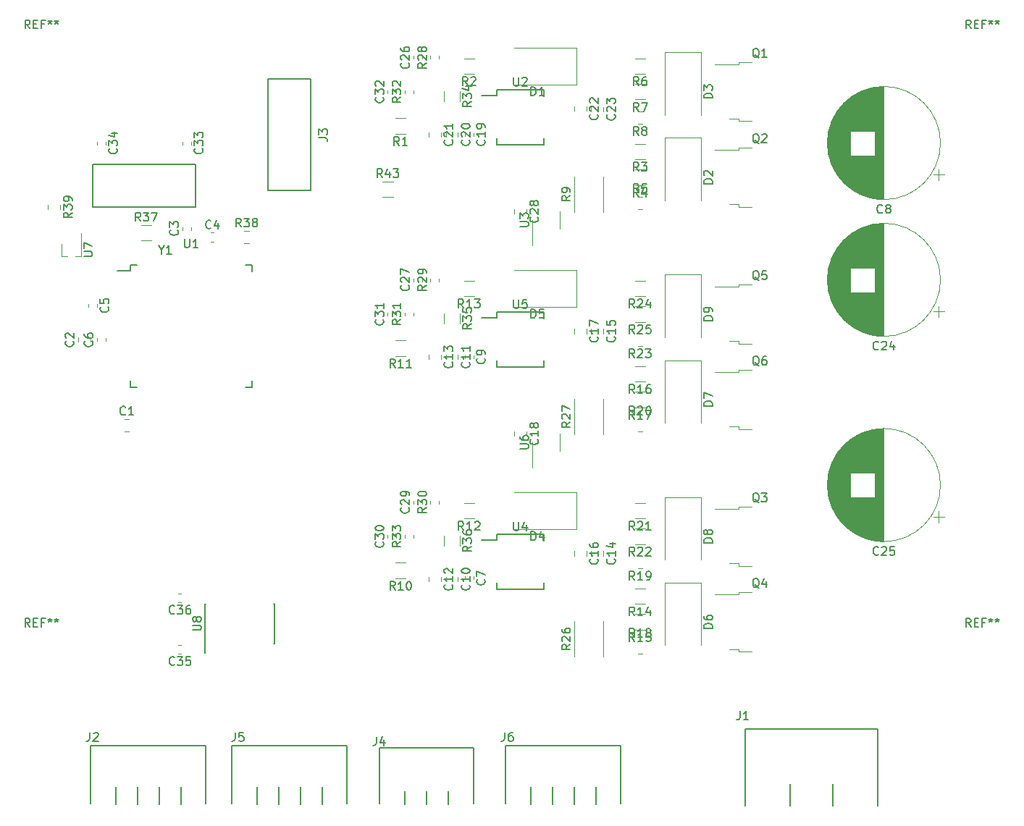
<source format=gbr>
G04 #@! TF.GenerationSoftware,KiCad,Pcbnew,5.0.2+dfsg1-1~bpo9+1*
G04 #@! TF.CreationDate,2019-05-15T23:25:40-04:00*
G04 #@! TF.ProjectId,SCARAMotorFeedbackController,53434152-414d-46f7-946f-724665656462,rev?*
G04 #@! TF.SameCoordinates,Original*
G04 #@! TF.FileFunction,Legend,Top*
G04 #@! TF.FilePolarity,Positive*
%FSLAX46Y46*%
G04 Gerber Fmt 4.6, Leading zero omitted, Abs format (unit mm)*
G04 Created by KiCad (PCBNEW 5.0.2+dfsg1-1~bpo9+1) date Wed 15 May 2019 11:25:40 PM EDT*
%MOMM*%
%LPD*%
G01*
G04 APERTURE LIST*
%ADD10C,0.150000*%
%ADD11C,0.120000*%
G04 APERTURE END LIST*
D10*
G04 #@! TO.C,Y1*
X23000000Y70000000D02*
X23000000Y75000000D01*
X23000000Y75000000D02*
X11000000Y75000000D01*
X11000000Y75000000D02*
X11000000Y70000000D01*
X11000000Y70000000D02*
X23000000Y70000000D01*
D11*
G04 #@! TO.C,C1*
X14738748Y43790000D02*
X15261252Y43790000D01*
X14738748Y45210000D02*
X15261252Y45210000D01*
G04 #@! TO.C,C2*
X9290000Y54238748D02*
X9290000Y54761252D01*
X10710000Y54238748D02*
X10710000Y54761252D01*
G04 #@! TO.C,C3*
X22510000Y67328733D02*
X22510000Y67671267D01*
X21490000Y67328733D02*
X21490000Y67671267D01*
G04 #@! TO.C,C4*
X24828733Y67010000D02*
X25171267Y67010000D01*
X24828733Y65990000D02*
X25171267Y65990000D01*
G04 #@! TO.C,C5*
X11510000Y58671267D02*
X11510000Y58328733D01*
X10490000Y58671267D02*
X10490000Y58328733D01*
G04 #@! TO.C,C6*
X11490000Y54328733D02*
X11490000Y54671267D01*
X12510000Y54328733D02*
X12510000Y54671267D01*
G04 #@! TO.C,C7*
X54490000Y26796267D02*
X54490000Y26453733D01*
X55510000Y26796267D02*
X55510000Y26453733D01*
G04 #@! TO.C,C8*
X110120000Y77500000D02*
G75*
G03X110120000Y77500000I-6620000J0D01*
G01*
X103500000Y70920000D02*
X103500000Y84080000D01*
X103460000Y70920000D02*
X103460000Y84080000D01*
X103420000Y70920000D02*
X103420000Y84080000D01*
X103380000Y70921000D02*
X103380000Y84079000D01*
X103340000Y70921000D02*
X103340000Y84079000D01*
X103300000Y70923000D02*
X103300000Y84077000D01*
X103260000Y70924000D02*
X103260000Y84076000D01*
X103220000Y70925000D02*
X103220000Y84075000D01*
X103180000Y70927000D02*
X103180000Y84073000D01*
X103140000Y70929000D02*
X103140000Y84071000D01*
X103100000Y70932000D02*
X103100000Y84068000D01*
X103060000Y70934000D02*
X103060000Y84066000D01*
X103020000Y70937000D02*
X103020000Y84063000D01*
X102980000Y70940000D02*
X102980000Y84060000D01*
X102940000Y70943000D02*
X102940000Y84057000D01*
X102900000Y70947000D02*
X102900000Y84053000D01*
X102860000Y70951000D02*
X102860000Y84049000D01*
X102820000Y70955000D02*
X102820000Y84045000D01*
X102779000Y70959000D02*
X102779000Y84041000D01*
X102739000Y70963000D02*
X102739000Y84037000D01*
X102699000Y70968000D02*
X102699000Y84032000D01*
X102659000Y70973000D02*
X102659000Y84027000D01*
X102619000Y70978000D02*
X102619000Y84022000D01*
X102579000Y70984000D02*
X102579000Y84016000D01*
X102539000Y70989000D02*
X102539000Y84011000D01*
X102499000Y70995000D02*
X102499000Y84005000D01*
X102459000Y71002000D02*
X102459000Y83998000D01*
X102419000Y71008000D02*
X102419000Y76060000D01*
X102419000Y78940000D02*
X102419000Y83992000D01*
X102379000Y71015000D02*
X102379000Y76060000D01*
X102379000Y78940000D02*
X102379000Y83985000D01*
X102339000Y71022000D02*
X102339000Y76060000D01*
X102339000Y78940000D02*
X102339000Y83978000D01*
X102299000Y71029000D02*
X102299000Y76060000D01*
X102299000Y78940000D02*
X102299000Y83971000D01*
X102259000Y71037000D02*
X102259000Y76060000D01*
X102259000Y78940000D02*
X102259000Y83963000D01*
X102219000Y71044000D02*
X102219000Y76060000D01*
X102219000Y78940000D02*
X102219000Y83956000D01*
X102179000Y71052000D02*
X102179000Y76060000D01*
X102179000Y78940000D02*
X102179000Y83948000D01*
X102139000Y71061000D02*
X102139000Y76060000D01*
X102139000Y78940000D02*
X102139000Y83939000D01*
X102099000Y71069000D02*
X102099000Y76060000D01*
X102099000Y78940000D02*
X102099000Y83931000D01*
X102059000Y71078000D02*
X102059000Y76060000D01*
X102059000Y78940000D02*
X102059000Y83922000D01*
X102019000Y71087000D02*
X102019000Y76060000D01*
X102019000Y78940000D02*
X102019000Y83913000D01*
X101979000Y71096000D02*
X101979000Y76060000D01*
X101979000Y78940000D02*
X101979000Y83904000D01*
X101939000Y71106000D02*
X101939000Y76060000D01*
X101939000Y78940000D02*
X101939000Y83894000D01*
X101899000Y71116000D02*
X101899000Y76060000D01*
X101899000Y78940000D02*
X101899000Y83884000D01*
X101859000Y71126000D02*
X101859000Y76060000D01*
X101859000Y78940000D02*
X101859000Y83874000D01*
X101819000Y71136000D02*
X101819000Y76060000D01*
X101819000Y78940000D02*
X101819000Y83864000D01*
X101779000Y71147000D02*
X101779000Y76060000D01*
X101779000Y78940000D02*
X101779000Y83853000D01*
X101739000Y71158000D02*
X101739000Y76060000D01*
X101739000Y78940000D02*
X101739000Y83842000D01*
X101699000Y71169000D02*
X101699000Y76060000D01*
X101699000Y78940000D02*
X101699000Y83831000D01*
X101659000Y71180000D02*
X101659000Y76060000D01*
X101659000Y78940000D02*
X101659000Y83820000D01*
X101619000Y71192000D02*
X101619000Y76060000D01*
X101619000Y78940000D02*
X101619000Y83808000D01*
X101579000Y71204000D02*
X101579000Y76060000D01*
X101579000Y78940000D02*
X101579000Y83796000D01*
X101539000Y71216000D02*
X101539000Y76060000D01*
X101539000Y78940000D02*
X101539000Y83784000D01*
X101499000Y71229000D02*
X101499000Y76060000D01*
X101499000Y78940000D02*
X101499000Y83771000D01*
X101459000Y71242000D02*
X101459000Y76060000D01*
X101459000Y78940000D02*
X101459000Y83758000D01*
X101419000Y71255000D02*
X101419000Y76060000D01*
X101419000Y78940000D02*
X101419000Y83745000D01*
X101379000Y71268000D02*
X101379000Y76060000D01*
X101379000Y78940000D02*
X101379000Y83732000D01*
X101339000Y71282000D02*
X101339000Y76060000D01*
X101339000Y78940000D02*
X101339000Y83718000D01*
X101299000Y71296000D02*
X101299000Y76060000D01*
X101299000Y78940000D02*
X101299000Y83704000D01*
X101259000Y71310000D02*
X101259000Y76060000D01*
X101259000Y78940000D02*
X101259000Y83690000D01*
X101219000Y71325000D02*
X101219000Y76060000D01*
X101219000Y78940000D02*
X101219000Y83675000D01*
X101179000Y71339000D02*
X101179000Y76060000D01*
X101179000Y78940000D02*
X101179000Y83661000D01*
X101139000Y71354000D02*
X101139000Y76060000D01*
X101139000Y78940000D02*
X101139000Y83646000D01*
X101099000Y71370000D02*
X101099000Y76060000D01*
X101099000Y78940000D02*
X101099000Y83630000D01*
X101059000Y71386000D02*
X101059000Y76060000D01*
X101059000Y78940000D02*
X101059000Y83614000D01*
X101019000Y71402000D02*
X101019000Y76060000D01*
X101019000Y78940000D02*
X101019000Y83598000D01*
X100979000Y71418000D02*
X100979000Y76060000D01*
X100979000Y78940000D02*
X100979000Y83582000D01*
X100939000Y71435000D02*
X100939000Y76060000D01*
X100939000Y78940000D02*
X100939000Y83565000D01*
X100899000Y71451000D02*
X100899000Y76060000D01*
X100899000Y78940000D02*
X100899000Y83549000D01*
X100859000Y71469000D02*
X100859000Y76060000D01*
X100859000Y78940000D02*
X100859000Y83531000D01*
X100819000Y71486000D02*
X100819000Y76060000D01*
X100819000Y78940000D02*
X100819000Y83514000D01*
X100779000Y71504000D02*
X100779000Y76060000D01*
X100779000Y78940000D02*
X100779000Y83496000D01*
X100739000Y71522000D02*
X100739000Y76060000D01*
X100739000Y78940000D02*
X100739000Y83478000D01*
X100699000Y71541000D02*
X100699000Y76060000D01*
X100699000Y78940000D02*
X100699000Y83459000D01*
X100659000Y71560000D02*
X100659000Y76060000D01*
X100659000Y78940000D02*
X100659000Y83440000D01*
X100619000Y71579000D02*
X100619000Y76060000D01*
X100619000Y78940000D02*
X100619000Y83421000D01*
X100579000Y71598000D02*
X100579000Y76060000D01*
X100579000Y78940000D02*
X100579000Y83402000D01*
X100539000Y71618000D02*
X100539000Y76060000D01*
X100539000Y78940000D02*
X100539000Y83382000D01*
X100499000Y71638000D02*
X100499000Y76060000D01*
X100499000Y78940000D02*
X100499000Y83362000D01*
X100459000Y71659000D02*
X100459000Y76060000D01*
X100459000Y78940000D02*
X100459000Y83341000D01*
X100419000Y71680000D02*
X100419000Y76060000D01*
X100419000Y78940000D02*
X100419000Y83320000D01*
X100379000Y71701000D02*
X100379000Y76060000D01*
X100379000Y78940000D02*
X100379000Y83299000D01*
X100339000Y71722000D02*
X100339000Y76060000D01*
X100339000Y78940000D02*
X100339000Y83278000D01*
X100299000Y71744000D02*
X100299000Y76060000D01*
X100299000Y78940000D02*
X100299000Y83256000D01*
X100259000Y71767000D02*
X100259000Y76060000D01*
X100259000Y78940000D02*
X100259000Y83233000D01*
X100219000Y71789000D02*
X100219000Y76060000D01*
X100219000Y78940000D02*
X100219000Y83211000D01*
X100179000Y71812000D02*
X100179000Y76060000D01*
X100179000Y78940000D02*
X100179000Y83188000D01*
X100139000Y71836000D02*
X100139000Y76060000D01*
X100139000Y78940000D02*
X100139000Y83164000D01*
X100099000Y71859000D02*
X100099000Y76060000D01*
X100099000Y78940000D02*
X100099000Y83141000D01*
X100059000Y71883000D02*
X100059000Y76060000D01*
X100059000Y78940000D02*
X100059000Y83117000D01*
X100019000Y71908000D02*
X100019000Y76060000D01*
X100019000Y78940000D02*
X100019000Y83092000D01*
X99979000Y71933000D02*
X99979000Y76060000D01*
X99979000Y78940000D02*
X99979000Y83067000D01*
X99939000Y71958000D02*
X99939000Y76060000D01*
X99939000Y78940000D02*
X99939000Y83042000D01*
X99899000Y71984000D02*
X99899000Y76060000D01*
X99899000Y78940000D02*
X99899000Y83016000D01*
X99859000Y72010000D02*
X99859000Y76060000D01*
X99859000Y78940000D02*
X99859000Y82990000D01*
X99819000Y72037000D02*
X99819000Y76060000D01*
X99819000Y78940000D02*
X99819000Y82963000D01*
X99779000Y72064000D02*
X99779000Y76060000D01*
X99779000Y78940000D02*
X99779000Y82936000D01*
X99739000Y72091000D02*
X99739000Y76060000D01*
X99739000Y78940000D02*
X99739000Y82909000D01*
X99699000Y72119000D02*
X99699000Y76060000D01*
X99699000Y78940000D02*
X99699000Y82881000D01*
X99659000Y72147000D02*
X99659000Y76060000D01*
X99659000Y78940000D02*
X99659000Y82853000D01*
X99619000Y72176000D02*
X99619000Y76060000D01*
X99619000Y78940000D02*
X99619000Y82824000D01*
X99579000Y72205000D02*
X99579000Y76060000D01*
X99579000Y78940000D02*
X99579000Y82795000D01*
X99539000Y72235000D02*
X99539000Y82765000D01*
X99499000Y72265000D02*
X99499000Y82735000D01*
X99459000Y72295000D02*
X99459000Y82705000D01*
X99419000Y72326000D02*
X99419000Y82674000D01*
X99379000Y72358000D02*
X99379000Y82642000D01*
X99339000Y72390000D02*
X99339000Y82610000D01*
X99299000Y72422000D02*
X99299000Y82578000D01*
X99259000Y72456000D02*
X99259000Y82544000D01*
X99219000Y72489000D02*
X99219000Y82511000D01*
X99179000Y72523000D02*
X99179000Y82477000D01*
X99139000Y72558000D02*
X99139000Y82442000D01*
X99099000Y72593000D02*
X99099000Y82407000D01*
X99059000Y72629000D02*
X99059000Y82371000D01*
X99019000Y72666000D02*
X99019000Y82334000D01*
X98979000Y72703000D02*
X98979000Y82297000D01*
X98939000Y72740000D02*
X98939000Y82260000D01*
X98899000Y72779000D02*
X98899000Y82221000D01*
X98859000Y72818000D02*
X98859000Y82182000D01*
X98819000Y72857000D02*
X98819000Y82143000D01*
X98779000Y72898000D02*
X98779000Y82102000D01*
X98739000Y72939000D02*
X98739000Y82061000D01*
X98699000Y72981000D02*
X98699000Y82019000D01*
X98659000Y73023000D02*
X98659000Y81977000D01*
X98619000Y73066000D02*
X98619000Y81934000D01*
X98579000Y73110000D02*
X98579000Y81890000D01*
X98539000Y73155000D02*
X98539000Y81845000D01*
X98499000Y73201000D02*
X98499000Y81799000D01*
X98459000Y73247000D02*
X98459000Y81753000D01*
X98419000Y73295000D02*
X98419000Y81705000D01*
X98379000Y73343000D02*
X98379000Y81657000D01*
X98339000Y73392000D02*
X98339000Y81608000D01*
X98299000Y73443000D02*
X98299000Y81557000D01*
X98259000Y73494000D02*
X98259000Y81506000D01*
X98219000Y73546000D02*
X98219000Y81454000D01*
X98179000Y73600000D02*
X98179000Y81400000D01*
X98139000Y73654000D02*
X98139000Y81346000D01*
X98099000Y73710000D02*
X98099000Y81290000D01*
X98059000Y73767000D02*
X98059000Y81233000D01*
X98019000Y73825000D02*
X98019000Y81175000D01*
X97979000Y73885000D02*
X97979000Y81115000D01*
X97939000Y73946000D02*
X97939000Y81054000D01*
X97899000Y74009000D02*
X97899000Y80991000D01*
X97859000Y74073000D02*
X97859000Y80927000D01*
X97819000Y74139000D02*
X97819000Y80861000D01*
X97779000Y74207000D02*
X97779000Y80793000D01*
X97739000Y74277000D02*
X97739000Y80723000D01*
X97699000Y74348000D02*
X97699000Y80652000D01*
X97659000Y74422000D02*
X97659000Y80578000D01*
X97619000Y74498000D02*
X97619000Y80502000D01*
X97579000Y74577000D02*
X97579000Y80423000D01*
X97539000Y74658000D02*
X97539000Y80342000D01*
X97499000Y74742000D02*
X97499000Y80258000D01*
X97459000Y74830000D02*
X97459000Y80170000D01*
X97419000Y74921000D02*
X97419000Y80079000D01*
X97379000Y75016000D02*
X97379000Y79984000D01*
X97339000Y75115000D02*
X97339000Y79885000D01*
X97299000Y75219000D02*
X97299000Y79781000D01*
X97259000Y75329000D02*
X97259000Y79671000D01*
X97219000Y75445000D02*
X97219000Y79555000D01*
X97179000Y75569000D02*
X97179000Y79431000D01*
X97139000Y75702000D02*
X97139000Y79298000D01*
X97099000Y75847000D02*
X97099000Y79153000D01*
X97059000Y76006000D02*
X97059000Y78994000D01*
X97019000Y76185000D02*
X97019000Y78815000D01*
X96979000Y76393000D02*
X96979000Y78607000D01*
X96939000Y76650000D02*
X96939000Y78350000D01*
X96899000Y77025000D02*
X96899000Y77975000D01*
X110584569Y73785000D02*
X109284569Y73785000D01*
X109934569Y73135000D02*
X109934569Y74435000D01*
G04 #@! TO.C,C9*
X54490000Y52671267D02*
X54490000Y52328733D01*
X55510000Y52671267D02*
X55510000Y52328733D01*
G04 #@! TO.C,C10*
X53710000Y26761252D02*
X53710000Y26238748D01*
X52290000Y26761252D02*
X52290000Y26238748D01*
G04 #@! TO.C,C11*
X53710000Y52761252D02*
X53710000Y52238748D01*
X52290000Y52761252D02*
X52290000Y52238748D01*
G04 #@! TO.C,C12*
X50290000Y26761252D02*
X50290000Y26238748D01*
X51710000Y26761252D02*
X51710000Y26238748D01*
G04 #@! TO.C,C13*
X51710000Y52761252D02*
X51710000Y52238748D01*
X50290000Y52761252D02*
X50290000Y52238748D01*
G04 #@! TO.C,C14*
X69290000Y29761252D02*
X69290000Y29238748D01*
X70710000Y29761252D02*
X70710000Y29238748D01*
G04 #@! TO.C,C15*
X70710000Y55761252D02*
X70710000Y55238748D01*
X69290000Y55761252D02*
X69290000Y55238748D01*
G04 #@! TO.C,C16*
X68710000Y29761252D02*
X68710000Y29238748D01*
X67290000Y29761252D02*
X67290000Y29238748D01*
G04 #@! TO.C,C17*
X67290000Y55761252D02*
X67290000Y55238748D01*
X68710000Y55761252D02*
X68710000Y55238748D01*
G04 #@! TO.C,C19*
X55510000Y78671267D02*
X55510000Y78328733D01*
X54490000Y78671267D02*
X54490000Y78328733D01*
G04 #@! TO.C,C20*
X53710000Y78761252D02*
X53710000Y78238748D01*
X52290000Y78761252D02*
X52290000Y78238748D01*
G04 #@! TO.C,C21*
X50290000Y78761252D02*
X50290000Y78238748D01*
X51710000Y78761252D02*
X51710000Y78238748D01*
G04 #@! TO.C,C22*
X67290000Y81761252D02*
X67290000Y81238748D01*
X68710000Y81761252D02*
X68710000Y81238748D01*
G04 #@! TO.C,C23*
X70710000Y81736252D02*
X70710000Y81213748D01*
X69290000Y81736252D02*
X69290000Y81213748D01*
G04 #@! TO.C,C28*
X60290000Y69761252D02*
X60290000Y69238748D01*
X61710000Y69761252D02*
X61710000Y69238748D01*
G04 #@! TO.C,Q1*
X86530000Y80320000D02*
X85430000Y80320000D01*
X86530000Y80050000D02*
X86530000Y80320000D01*
X88030000Y80050000D02*
X86530000Y80050000D01*
X86530000Y86680000D02*
X83700000Y86680000D01*
X86530000Y86950000D02*
X86530000Y86680000D01*
X88030000Y86950000D02*
X86530000Y86950000D01*
G04 #@! TO.C,Q2*
X88030000Y76950000D02*
X86530000Y76950000D01*
X86530000Y76950000D02*
X86530000Y76680000D01*
X86530000Y76680000D02*
X83700000Y76680000D01*
X88030000Y70050000D02*
X86530000Y70050000D01*
X86530000Y70050000D02*
X86530000Y70320000D01*
X86530000Y70320000D02*
X85430000Y70320000D01*
G04 #@! TO.C,Q3*
X88030000Y34950000D02*
X86530000Y34950000D01*
X86530000Y34950000D02*
X86530000Y34680000D01*
X86530000Y34680000D02*
X83700000Y34680000D01*
X88030000Y28050000D02*
X86530000Y28050000D01*
X86530000Y28050000D02*
X86530000Y28320000D01*
X86530000Y28320000D02*
X85430000Y28320000D01*
G04 #@! TO.C,Q4*
X86530000Y18320000D02*
X85430000Y18320000D01*
X86530000Y18050000D02*
X86530000Y18320000D01*
X88030000Y18050000D02*
X86530000Y18050000D01*
X86530000Y24680000D02*
X83700000Y24680000D01*
X86530000Y24950000D02*
X86530000Y24680000D01*
X88030000Y24950000D02*
X86530000Y24950000D01*
G04 #@! TO.C,Q5*
X86530000Y54320000D02*
X85430000Y54320000D01*
X86530000Y54050000D02*
X86530000Y54320000D01*
X88030000Y54050000D02*
X86530000Y54050000D01*
X86530000Y60680000D02*
X83700000Y60680000D01*
X86530000Y60950000D02*
X86530000Y60680000D01*
X88030000Y60950000D02*
X86530000Y60950000D01*
G04 #@! TO.C,Q6*
X88030000Y50950000D02*
X86530000Y50950000D01*
X86530000Y50950000D02*
X86530000Y50680000D01*
X86530000Y50680000D02*
X83700000Y50680000D01*
X88030000Y44050000D02*
X86530000Y44050000D01*
X86530000Y44050000D02*
X86530000Y44320000D01*
X86530000Y44320000D02*
X85430000Y44320000D01*
G04 #@! TO.C,R1*
X47602064Y78590000D02*
X46397936Y78590000D01*
X47602064Y80410000D02*
X46397936Y80410000D01*
G04 #@! TO.C,R2*
X55602064Y87410000D02*
X54397936Y87410000D01*
X55602064Y85590000D02*
X54397936Y85590000D01*
G04 #@! TO.C,R3*
X75602064Y75590000D02*
X74397936Y75590000D01*
X75602064Y77410000D02*
X74397936Y77410000D01*
G04 #@! TO.C,R4*
X75602064Y72590000D02*
X74397936Y72590000D01*
X75602064Y74410000D02*
X74397936Y74410000D01*
G04 #@! TO.C,R6*
X75602064Y85590000D02*
X74397936Y85590000D01*
X75602064Y87410000D02*
X74397936Y87410000D01*
G04 #@! TO.C,R7*
X75602064Y84410000D02*
X74397936Y84410000D01*
X75602064Y82590000D02*
X74397936Y82590000D01*
G04 #@! TO.C,R9*
X70710000Y69447936D02*
X70710000Y73552064D01*
X67290000Y69447936D02*
X67290000Y73552064D01*
G04 #@! TO.C,R10*
X47602064Y28410000D02*
X46397936Y28410000D01*
X47602064Y26590000D02*
X46397936Y26590000D01*
G04 #@! TO.C,R11*
X47602064Y54410000D02*
X46397936Y54410000D01*
X47602064Y52590000D02*
X46397936Y52590000D01*
G04 #@! TO.C,R12*
X55602064Y35410000D02*
X54397936Y35410000D01*
X55602064Y33590000D02*
X54397936Y33590000D01*
G04 #@! TO.C,R13*
X55602064Y59590000D02*
X54397936Y59590000D01*
X55602064Y61410000D02*
X54397936Y61410000D01*
G04 #@! TO.C,R14*
X75602064Y25410000D02*
X74397936Y25410000D01*
X75602064Y23590000D02*
X74397936Y23590000D01*
G04 #@! TO.C,R15*
X75602064Y22410000D02*
X74397936Y22410000D01*
X75602064Y20590000D02*
X74397936Y20590000D01*
G04 #@! TO.C,R16*
X75602064Y51410000D02*
X74397936Y51410000D01*
X75602064Y49590000D02*
X74397936Y49590000D01*
G04 #@! TO.C,R17*
X75602064Y48410000D02*
X74397936Y48410000D01*
X75602064Y46590000D02*
X74397936Y46590000D01*
G04 #@! TO.C,R21*
X75602064Y33590000D02*
X74397936Y33590000D01*
X75602064Y35410000D02*
X74397936Y35410000D01*
G04 #@! TO.C,R22*
X75602064Y32410000D02*
X74397936Y32410000D01*
X75602064Y30590000D02*
X74397936Y30590000D01*
G04 #@! TO.C,R24*
X75602064Y59590000D02*
X74397936Y59590000D01*
X75602064Y61410000D02*
X74397936Y61410000D01*
G04 #@! TO.C,R25*
X75602064Y56590000D02*
X74397936Y56590000D01*
X75602064Y58410000D02*
X74397936Y58410000D01*
G04 #@! TO.C,R26*
X67290000Y17447936D02*
X67290000Y21552064D01*
X70710000Y17447936D02*
X70710000Y21552064D01*
G04 #@! TO.C,R27*
X67290000Y43447936D02*
X67290000Y47552064D01*
X70710000Y43447936D02*
X70710000Y47552064D01*
D10*
G04 #@! TO.C,U1*
X15380001Y63199999D02*
X15380001Y62549999D01*
X29630001Y63199999D02*
X29630001Y62439999D01*
X29630001Y48949999D02*
X29630001Y49709999D01*
X15380001Y48949999D02*
X15380001Y49709999D01*
X15380001Y63199999D02*
X16140001Y63199999D01*
X15380001Y48949999D02*
X16140001Y48949999D01*
X29630001Y48949999D02*
X28870001Y48949999D01*
X29630001Y63199999D02*
X28870001Y63199999D01*
X15380001Y62549999D02*
X13855001Y62549999D01*
G04 #@! TO.C,U2*
X58250000Y83050000D02*
X56500000Y83050000D01*
X58250000Y77295000D02*
X63750000Y77295000D01*
X58250000Y83705000D02*
X63750000Y83705000D01*
X58250000Y77295000D02*
X58250000Y78045000D01*
X63750000Y77295000D02*
X63750000Y78045000D01*
X63750000Y83705000D02*
X63750000Y82955000D01*
X58250000Y83705000D02*
X58250000Y83050000D01*
D11*
G04 #@! TO.C,U3*
X65620000Y69500000D02*
X65620000Y67500000D01*
X62380000Y68500000D02*
X62380000Y65500000D01*
D10*
G04 #@! TO.C,U4*
X58250000Y31705000D02*
X58250000Y31050000D01*
X63750000Y31705000D02*
X63750000Y30955000D01*
X63750000Y25295000D02*
X63750000Y26045000D01*
X58250000Y25295000D02*
X58250000Y26045000D01*
X58250000Y31705000D02*
X63750000Y31705000D01*
X58250000Y25295000D02*
X63750000Y25295000D01*
X58250000Y31050000D02*
X56500000Y31050000D01*
G04 #@! TO.C,U5*
X58250000Y57705000D02*
X58250000Y57050000D01*
X63750000Y57705000D02*
X63750000Y56955000D01*
X63750000Y51295000D02*
X63750000Y52045000D01*
X58250000Y51295000D02*
X58250000Y52045000D01*
X58250000Y57705000D02*
X63750000Y57705000D01*
X58250000Y51295000D02*
X63750000Y51295000D01*
X58250000Y57050000D02*
X56500000Y57050000D01*
D11*
G04 #@! TO.C,D1*
X67600000Y84350000D02*
X60300000Y84350000D01*
X67600000Y88650000D02*
X60300000Y88650000D01*
X67600000Y84350000D02*
X67600000Y88650000D01*
G04 #@! TO.C,D2*
X82150000Y78100000D02*
X82150000Y70800000D01*
X77850000Y78100000D02*
X77850000Y70800000D01*
X82150000Y78100000D02*
X77850000Y78100000D01*
G04 #@! TO.C,D3*
X82150000Y88100000D02*
X77850000Y88100000D01*
X77850000Y88100000D02*
X77850000Y80800000D01*
X82150000Y88100000D02*
X82150000Y80800000D01*
G04 #@! TO.C,D4*
X67600000Y32350000D02*
X67600000Y36650000D01*
X67600000Y36650000D02*
X60300000Y36650000D01*
X67600000Y32350000D02*
X60300000Y32350000D01*
G04 #@! TO.C,D5*
X67600000Y58350000D02*
X67600000Y62650000D01*
X67600000Y62650000D02*
X60300000Y62650000D01*
X67600000Y58350000D02*
X60300000Y58350000D01*
G04 #@! TO.C,D6*
X82150000Y26100000D02*
X82150000Y18800000D01*
X77850000Y26100000D02*
X77850000Y18800000D01*
X82150000Y26100000D02*
X77850000Y26100000D01*
G04 #@! TO.C,D7*
X82150000Y52100000D02*
X82150000Y44800000D01*
X77850000Y52100000D02*
X77850000Y44800000D01*
X82150000Y52100000D02*
X77850000Y52100000D01*
G04 #@! TO.C,D8*
X82150000Y36100000D02*
X77850000Y36100000D01*
X77850000Y36100000D02*
X77850000Y28800000D01*
X82150000Y36100000D02*
X82150000Y28800000D01*
G04 #@! TO.C,D9*
X82150000Y62100000D02*
X77850000Y62100000D01*
X77850000Y62100000D02*
X77850000Y54800000D01*
X82150000Y62100000D02*
X82150000Y54800000D01*
G04 #@! TO.C,C18*
X61710000Y43761252D02*
X61710000Y43238748D01*
X60290000Y43761252D02*
X60290000Y43238748D01*
G04 #@! TO.C,U6*
X65620000Y43500000D02*
X65620000Y41500000D01*
X62380000Y42500000D02*
X62380000Y39500000D01*
G04 #@! TO.C,R5*
X74738748Y71210000D02*
X75261252Y71210000D01*
X74738748Y69790000D02*
X75261252Y69790000D01*
G04 #@! TO.C,R8*
X75261252Y81210000D02*
X74738748Y81210000D01*
X75261252Y79790000D02*
X74738748Y79790000D01*
G04 #@! TO.C,R18*
X74738748Y19210000D02*
X75261252Y19210000D01*
X74738748Y17790000D02*
X75261252Y17790000D01*
G04 #@! TO.C,R19*
X75261252Y27790000D02*
X74738748Y27790000D01*
X75261252Y29210000D02*
X74738748Y29210000D01*
G04 #@! TO.C,R20*
X74738748Y43790000D02*
X75261252Y43790000D01*
X74738748Y45210000D02*
X75261252Y45210000D01*
G04 #@! TO.C,R23*
X75261252Y55210000D02*
X74738748Y55210000D01*
X75261252Y53790000D02*
X74738748Y53790000D01*
G04 #@! TO.C,C24*
X109934569Y57135000D02*
X109934569Y58435000D01*
X110584569Y57785000D02*
X109284569Y57785000D01*
X96899000Y61025000D02*
X96899000Y61975000D01*
X96939000Y60650000D02*
X96939000Y62350000D01*
X96979000Y60393000D02*
X96979000Y62607000D01*
X97019000Y60185000D02*
X97019000Y62815000D01*
X97059000Y60006000D02*
X97059000Y62994000D01*
X97099000Y59847000D02*
X97099000Y63153000D01*
X97139000Y59702000D02*
X97139000Y63298000D01*
X97179000Y59569000D02*
X97179000Y63431000D01*
X97219000Y59445000D02*
X97219000Y63555000D01*
X97259000Y59329000D02*
X97259000Y63671000D01*
X97299000Y59219000D02*
X97299000Y63781000D01*
X97339000Y59115000D02*
X97339000Y63885000D01*
X97379000Y59016000D02*
X97379000Y63984000D01*
X97419000Y58921000D02*
X97419000Y64079000D01*
X97459000Y58830000D02*
X97459000Y64170000D01*
X97499000Y58742000D02*
X97499000Y64258000D01*
X97539000Y58658000D02*
X97539000Y64342000D01*
X97579000Y58577000D02*
X97579000Y64423000D01*
X97619000Y58498000D02*
X97619000Y64502000D01*
X97659000Y58422000D02*
X97659000Y64578000D01*
X97699000Y58348000D02*
X97699000Y64652000D01*
X97739000Y58277000D02*
X97739000Y64723000D01*
X97779000Y58207000D02*
X97779000Y64793000D01*
X97819000Y58139000D02*
X97819000Y64861000D01*
X97859000Y58073000D02*
X97859000Y64927000D01*
X97899000Y58009000D02*
X97899000Y64991000D01*
X97939000Y57946000D02*
X97939000Y65054000D01*
X97979000Y57885000D02*
X97979000Y65115000D01*
X98019000Y57825000D02*
X98019000Y65175000D01*
X98059000Y57767000D02*
X98059000Y65233000D01*
X98099000Y57710000D02*
X98099000Y65290000D01*
X98139000Y57654000D02*
X98139000Y65346000D01*
X98179000Y57600000D02*
X98179000Y65400000D01*
X98219000Y57546000D02*
X98219000Y65454000D01*
X98259000Y57494000D02*
X98259000Y65506000D01*
X98299000Y57443000D02*
X98299000Y65557000D01*
X98339000Y57392000D02*
X98339000Y65608000D01*
X98379000Y57343000D02*
X98379000Y65657000D01*
X98419000Y57295000D02*
X98419000Y65705000D01*
X98459000Y57247000D02*
X98459000Y65753000D01*
X98499000Y57201000D02*
X98499000Y65799000D01*
X98539000Y57155000D02*
X98539000Y65845000D01*
X98579000Y57110000D02*
X98579000Y65890000D01*
X98619000Y57066000D02*
X98619000Y65934000D01*
X98659000Y57023000D02*
X98659000Y65977000D01*
X98699000Y56981000D02*
X98699000Y66019000D01*
X98739000Y56939000D02*
X98739000Y66061000D01*
X98779000Y56898000D02*
X98779000Y66102000D01*
X98819000Y56857000D02*
X98819000Y66143000D01*
X98859000Y56818000D02*
X98859000Y66182000D01*
X98899000Y56779000D02*
X98899000Y66221000D01*
X98939000Y56740000D02*
X98939000Y66260000D01*
X98979000Y56703000D02*
X98979000Y66297000D01*
X99019000Y56666000D02*
X99019000Y66334000D01*
X99059000Y56629000D02*
X99059000Y66371000D01*
X99099000Y56593000D02*
X99099000Y66407000D01*
X99139000Y56558000D02*
X99139000Y66442000D01*
X99179000Y56523000D02*
X99179000Y66477000D01*
X99219000Y56489000D02*
X99219000Y66511000D01*
X99259000Y56456000D02*
X99259000Y66544000D01*
X99299000Y56422000D02*
X99299000Y66578000D01*
X99339000Y56390000D02*
X99339000Y66610000D01*
X99379000Y56358000D02*
X99379000Y66642000D01*
X99419000Y56326000D02*
X99419000Y66674000D01*
X99459000Y56295000D02*
X99459000Y66705000D01*
X99499000Y56265000D02*
X99499000Y66735000D01*
X99539000Y56235000D02*
X99539000Y66765000D01*
X99579000Y62940000D02*
X99579000Y66795000D01*
X99579000Y56205000D02*
X99579000Y60060000D01*
X99619000Y62940000D02*
X99619000Y66824000D01*
X99619000Y56176000D02*
X99619000Y60060000D01*
X99659000Y62940000D02*
X99659000Y66853000D01*
X99659000Y56147000D02*
X99659000Y60060000D01*
X99699000Y62940000D02*
X99699000Y66881000D01*
X99699000Y56119000D02*
X99699000Y60060000D01*
X99739000Y62940000D02*
X99739000Y66909000D01*
X99739000Y56091000D02*
X99739000Y60060000D01*
X99779000Y62940000D02*
X99779000Y66936000D01*
X99779000Y56064000D02*
X99779000Y60060000D01*
X99819000Y62940000D02*
X99819000Y66963000D01*
X99819000Y56037000D02*
X99819000Y60060000D01*
X99859000Y62940000D02*
X99859000Y66990000D01*
X99859000Y56010000D02*
X99859000Y60060000D01*
X99899000Y62940000D02*
X99899000Y67016000D01*
X99899000Y55984000D02*
X99899000Y60060000D01*
X99939000Y62940000D02*
X99939000Y67042000D01*
X99939000Y55958000D02*
X99939000Y60060000D01*
X99979000Y62940000D02*
X99979000Y67067000D01*
X99979000Y55933000D02*
X99979000Y60060000D01*
X100019000Y62940000D02*
X100019000Y67092000D01*
X100019000Y55908000D02*
X100019000Y60060000D01*
X100059000Y62940000D02*
X100059000Y67117000D01*
X100059000Y55883000D02*
X100059000Y60060000D01*
X100099000Y62940000D02*
X100099000Y67141000D01*
X100099000Y55859000D02*
X100099000Y60060000D01*
X100139000Y62940000D02*
X100139000Y67164000D01*
X100139000Y55836000D02*
X100139000Y60060000D01*
X100179000Y62940000D02*
X100179000Y67188000D01*
X100179000Y55812000D02*
X100179000Y60060000D01*
X100219000Y62940000D02*
X100219000Y67211000D01*
X100219000Y55789000D02*
X100219000Y60060000D01*
X100259000Y62940000D02*
X100259000Y67233000D01*
X100259000Y55767000D02*
X100259000Y60060000D01*
X100299000Y62940000D02*
X100299000Y67256000D01*
X100299000Y55744000D02*
X100299000Y60060000D01*
X100339000Y62940000D02*
X100339000Y67278000D01*
X100339000Y55722000D02*
X100339000Y60060000D01*
X100379000Y62940000D02*
X100379000Y67299000D01*
X100379000Y55701000D02*
X100379000Y60060000D01*
X100419000Y62940000D02*
X100419000Y67320000D01*
X100419000Y55680000D02*
X100419000Y60060000D01*
X100459000Y62940000D02*
X100459000Y67341000D01*
X100459000Y55659000D02*
X100459000Y60060000D01*
X100499000Y62940000D02*
X100499000Y67362000D01*
X100499000Y55638000D02*
X100499000Y60060000D01*
X100539000Y62940000D02*
X100539000Y67382000D01*
X100539000Y55618000D02*
X100539000Y60060000D01*
X100579000Y62940000D02*
X100579000Y67402000D01*
X100579000Y55598000D02*
X100579000Y60060000D01*
X100619000Y62940000D02*
X100619000Y67421000D01*
X100619000Y55579000D02*
X100619000Y60060000D01*
X100659000Y62940000D02*
X100659000Y67440000D01*
X100659000Y55560000D02*
X100659000Y60060000D01*
X100699000Y62940000D02*
X100699000Y67459000D01*
X100699000Y55541000D02*
X100699000Y60060000D01*
X100739000Y62940000D02*
X100739000Y67478000D01*
X100739000Y55522000D02*
X100739000Y60060000D01*
X100779000Y62940000D02*
X100779000Y67496000D01*
X100779000Y55504000D02*
X100779000Y60060000D01*
X100819000Y62940000D02*
X100819000Y67514000D01*
X100819000Y55486000D02*
X100819000Y60060000D01*
X100859000Y62940000D02*
X100859000Y67531000D01*
X100859000Y55469000D02*
X100859000Y60060000D01*
X100899000Y62940000D02*
X100899000Y67549000D01*
X100899000Y55451000D02*
X100899000Y60060000D01*
X100939000Y62940000D02*
X100939000Y67565000D01*
X100939000Y55435000D02*
X100939000Y60060000D01*
X100979000Y62940000D02*
X100979000Y67582000D01*
X100979000Y55418000D02*
X100979000Y60060000D01*
X101019000Y62940000D02*
X101019000Y67598000D01*
X101019000Y55402000D02*
X101019000Y60060000D01*
X101059000Y62940000D02*
X101059000Y67614000D01*
X101059000Y55386000D02*
X101059000Y60060000D01*
X101099000Y62940000D02*
X101099000Y67630000D01*
X101099000Y55370000D02*
X101099000Y60060000D01*
X101139000Y62940000D02*
X101139000Y67646000D01*
X101139000Y55354000D02*
X101139000Y60060000D01*
X101179000Y62940000D02*
X101179000Y67661000D01*
X101179000Y55339000D02*
X101179000Y60060000D01*
X101219000Y62940000D02*
X101219000Y67675000D01*
X101219000Y55325000D02*
X101219000Y60060000D01*
X101259000Y62940000D02*
X101259000Y67690000D01*
X101259000Y55310000D02*
X101259000Y60060000D01*
X101299000Y62940000D02*
X101299000Y67704000D01*
X101299000Y55296000D02*
X101299000Y60060000D01*
X101339000Y62940000D02*
X101339000Y67718000D01*
X101339000Y55282000D02*
X101339000Y60060000D01*
X101379000Y62940000D02*
X101379000Y67732000D01*
X101379000Y55268000D02*
X101379000Y60060000D01*
X101419000Y62940000D02*
X101419000Y67745000D01*
X101419000Y55255000D02*
X101419000Y60060000D01*
X101459000Y62940000D02*
X101459000Y67758000D01*
X101459000Y55242000D02*
X101459000Y60060000D01*
X101499000Y62940000D02*
X101499000Y67771000D01*
X101499000Y55229000D02*
X101499000Y60060000D01*
X101539000Y62940000D02*
X101539000Y67784000D01*
X101539000Y55216000D02*
X101539000Y60060000D01*
X101579000Y62940000D02*
X101579000Y67796000D01*
X101579000Y55204000D02*
X101579000Y60060000D01*
X101619000Y62940000D02*
X101619000Y67808000D01*
X101619000Y55192000D02*
X101619000Y60060000D01*
X101659000Y62940000D02*
X101659000Y67820000D01*
X101659000Y55180000D02*
X101659000Y60060000D01*
X101699000Y62940000D02*
X101699000Y67831000D01*
X101699000Y55169000D02*
X101699000Y60060000D01*
X101739000Y62940000D02*
X101739000Y67842000D01*
X101739000Y55158000D02*
X101739000Y60060000D01*
X101779000Y62940000D02*
X101779000Y67853000D01*
X101779000Y55147000D02*
X101779000Y60060000D01*
X101819000Y62940000D02*
X101819000Y67864000D01*
X101819000Y55136000D02*
X101819000Y60060000D01*
X101859000Y62940000D02*
X101859000Y67874000D01*
X101859000Y55126000D02*
X101859000Y60060000D01*
X101899000Y62940000D02*
X101899000Y67884000D01*
X101899000Y55116000D02*
X101899000Y60060000D01*
X101939000Y62940000D02*
X101939000Y67894000D01*
X101939000Y55106000D02*
X101939000Y60060000D01*
X101979000Y62940000D02*
X101979000Y67904000D01*
X101979000Y55096000D02*
X101979000Y60060000D01*
X102019000Y62940000D02*
X102019000Y67913000D01*
X102019000Y55087000D02*
X102019000Y60060000D01*
X102059000Y62940000D02*
X102059000Y67922000D01*
X102059000Y55078000D02*
X102059000Y60060000D01*
X102099000Y62940000D02*
X102099000Y67931000D01*
X102099000Y55069000D02*
X102099000Y60060000D01*
X102139000Y62940000D02*
X102139000Y67939000D01*
X102139000Y55061000D02*
X102139000Y60060000D01*
X102179000Y62940000D02*
X102179000Y67948000D01*
X102179000Y55052000D02*
X102179000Y60060000D01*
X102219000Y62940000D02*
X102219000Y67956000D01*
X102219000Y55044000D02*
X102219000Y60060000D01*
X102259000Y62940000D02*
X102259000Y67963000D01*
X102259000Y55037000D02*
X102259000Y60060000D01*
X102299000Y62940000D02*
X102299000Y67971000D01*
X102299000Y55029000D02*
X102299000Y60060000D01*
X102339000Y62940000D02*
X102339000Y67978000D01*
X102339000Y55022000D02*
X102339000Y60060000D01*
X102379000Y62940000D02*
X102379000Y67985000D01*
X102379000Y55015000D02*
X102379000Y60060000D01*
X102419000Y62940000D02*
X102419000Y67992000D01*
X102419000Y55008000D02*
X102419000Y60060000D01*
X102459000Y55002000D02*
X102459000Y67998000D01*
X102499000Y54995000D02*
X102499000Y68005000D01*
X102539000Y54989000D02*
X102539000Y68011000D01*
X102579000Y54984000D02*
X102579000Y68016000D01*
X102619000Y54978000D02*
X102619000Y68022000D01*
X102659000Y54973000D02*
X102659000Y68027000D01*
X102699000Y54968000D02*
X102699000Y68032000D01*
X102739000Y54963000D02*
X102739000Y68037000D01*
X102779000Y54959000D02*
X102779000Y68041000D01*
X102820000Y54955000D02*
X102820000Y68045000D01*
X102860000Y54951000D02*
X102860000Y68049000D01*
X102900000Y54947000D02*
X102900000Y68053000D01*
X102940000Y54943000D02*
X102940000Y68057000D01*
X102980000Y54940000D02*
X102980000Y68060000D01*
X103020000Y54937000D02*
X103020000Y68063000D01*
X103060000Y54934000D02*
X103060000Y68066000D01*
X103100000Y54932000D02*
X103100000Y68068000D01*
X103140000Y54929000D02*
X103140000Y68071000D01*
X103180000Y54927000D02*
X103180000Y68073000D01*
X103220000Y54925000D02*
X103220000Y68075000D01*
X103260000Y54924000D02*
X103260000Y68076000D01*
X103300000Y54923000D02*
X103300000Y68077000D01*
X103340000Y54921000D02*
X103340000Y68079000D01*
X103380000Y54921000D02*
X103380000Y68079000D01*
X103420000Y54920000D02*
X103420000Y68080000D01*
X103460000Y54920000D02*
X103460000Y68080000D01*
X103500000Y54920000D02*
X103500000Y68080000D01*
X110120000Y61500000D02*
G75*
G03X110120000Y61500000I-6620000J0D01*
G01*
G04 #@! TO.C,C25*
X110120000Y37500000D02*
G75*
G03X110120000Y37500000I-6620000J0D01*
G01*
X103500000Y30920000D02*
X103500000Y44080000D01*
X103460000Y30920000D02*
X103460000Y44080000D01*
X103420000Y30920000D02*
X103420000Y44080000D01*
X103380000Y30921000D02*
X103380000Y44079000D01*
X103340000Y30921000D02*
X103340000Y44079000D01*
X103300000Y30923000D02*
X103300000Y44077000D01*
X103260000Y30924000D02*
X103260000Y44076000D01*
X103220000Y30925000D02*
X103220000Y44075000D01*
X103180000Y30927000D02*
X103180000Y44073000D01*
X103140000Y30929000D02*
X103140000Y44071000D01*
X103100000Y30932000D02*
X103100000Y44068000D01*
X103060000Y30934000D02*
X103060000Y44066000D01*
X103020000Y30937000D02*
X103020000Y44063000D01*
X102980000Y30940000D02*
X102980000Y44060000D01*
X102940000Y30943000D02*
X102940000Y44057000D01*
X102900000Y30947000D02*
X102900000Y44053000D01*
X102860000Y30951000D02*
X102860000Y44049000D01*
X102820000Y30955000D02*
X102820000Y44045000D01*
X102779000Y30959000D02*
X102779000Y44041000D01*
X102739000Y30963000D02*
X102739000Y44037000D01*
X102699000Y30968000D02*
X102699000Y44032000D01*
X102659000Y30973000D02*
X102659000Y44027000D01*
X102619000Y30978000D02*
X102619000Y44022000D01*
X102579000Y30984000D02*
X102579000Y44016000D01*
X102539000Y30989000D02*
X102539000Y44011000D01*
X102499000Y30995000D02*
X102499000Y44005000D01*
X102459000Y31002000D02*
X102459000Y43998000D01*
X102419000Y31008000D02*
X102419000Y36060000D01*
X102419000Y38940000D02*
X102419000Y43992000D01*
X102379000Y31015000D02*
X102379000Y36060000D01*
X102379000Y38940000D02*
X102379000Y43985000D01*
X102339000Y31022000D02*
X102339000Y36060000D01*
X102339000Y38940000D02*
X102339000Y43978000D01*
X102299000Y31029000D02*
X102299000Y36060000D01*
X102299000Y38940000D02*
X102299000Y43971000D01*
X102259000Y31037000D02*
X102259000Y36060000D01*
X102259000Y38940000D02*
X102259000Y43963000D01*
X102219000Y31044000D02*
X102219000Y36060000D01*
X102219000Y38940000D02*
X102219000Y43956000D01*
X102179000Y31052000D02*
X102179000Y36060000D01*
X102179000Y38940000D02*
X102179000Y43948000D01*
X102139000Y31061000D02*
X102139000Y36060000D01*
X102139000Y38940000D02*
X102139000Y43939000D01*
X102099000Y31069000D02*
X102099000Y36060000D01*
X102099000Y38940000D02*
X102099000Y43931000D01*
X102059000Y31078000D02*
X102059000Y36060000D01*
X102059000Y38940000D02*
X102059000Y43922000D01*
X102019000Y31087000D02*
X102019000Y36060000D01*
X102019000Y38940000D02*
X102019000Y43913000D01*
X101979000Y31096000D02*
X101979000Y36060000D01*
X101979000Y38940000D02*
X101979000Y43904000D01*
X101939000Y31106000D02*
X101939000Y36060000D01*
X101939000Y38940000D02*
X101939000Y43894000D01*
X101899000Y31116000D02*
X101899000Y36060000D01*
X101899000Y38940000D02*
X101899000Y43884000D01*
X101859000Y31126000D02*
X101859000Y36060000D01*
X101859000Y38940000D02*
X101859000Y43874000D01*
X101819000Y31136000D02*
X101819000Y36060000D01*
X101819000Y38940000D02*
X101819000Y43864000D01*
X101779000Y31147000D02*
X101779000Y36060000D01*
X101779000Y38940000D02*
X101779000Y43853000D01*
X101739000Y31158000D02*
X101739000Y36060000D01*
X101739000Y38940000D02*
X101739000Y43842000D01*
X101699000Y31169000D02*
X101699000Y36060000D01*
X101699000Y38940000D02*
X101699000Y43831000D01*
X101659000Y31180000D02*
X101659000Y36060000D01*
X101659000Y38940000D02*
X101659000Y43820000D01*
X101619000Y31192000D02*
X101619000Y36060000D01*
X101619000Y38940000D02*
X101619000Y43808000D01*
X101579000Y31204000D02*
X101579000Y36060000D01*
X101579000Y38940000D02*
X101579000Y43796000D01*
X101539000Y31216000D02*
X101539000Y36060000D01*
X101539000Y38940000D02*
X101539000Y43784000D01*
X101499000Y31229000D02*
X101499000Y36060000D01*
X101499000Y38940000D02*
X101499000Y43771000D01*
X101459000Y31242000D02*
X101459000Y36060000D01*
X101459000Y38940000D02*
X101459000Y43758000D01*
X101419000Y31255000D02*
X101419000Y36060000D01*
X101419000Y38940000D02*
X101419000Y43745000D01*
X101379000Y31268000D02*
X101379000Y36060000D01*
X101379000Y38940000D02*
X101379000Y43732000D01*
X101339000Y31282000D02*
X101339000Y36060000D01*
X101339000Y38940000D02*
X101339000Y43718000D01*
X101299000Y31296000D02*
X101299000Y36060000D01*
X101299000Y38940000D02*
X101299000Y43704000D01*
X101259000Y31310000D02*
X101259000Y36060000D01*
X101259000Y38940000D02*
X101259000Y43690000D01*
X101219000Y31325000D02*
X101219000Y36060000D01*
X101219000Y38940000D02*
X101219000Y43675000D01*
X101179000Y31339000D02*
X101179000Y36060000D01*
X101179000Y38940000D02*
X101179000Y43661000D01*
X101139000Y31354000D02*
X101139000Y36060000D01*
X101139000Y38940000D02*
X101139000Y43646000D01*
X101099000Y31370000D02*
X101099000Y36060000D01*
X101099000Y38940000D02*
X101099000Y43630000D01*
X101059000Y31386000D02*
X101059000Y36060000D01*
X101059000Y38940000D02*
X101059000Y43614000D01*
X101019000Y31402000D02*
X101019000Y36060000D01*
X101019000Y38940000D02*
X101019000Y43598000D01*
X100979000Y31418000D02*
X100979000Y36060000D01*
X100979000Y38940000D02*
X100979000Y43582000D01*
X100939000Y31435000D02*
X100939000Y36060000D01*
X100939000Y38940000D02*
X100939000Y43565000D01*
X100899000Y31451000D02*
X100899000Y36060000D01*
X100899000Y38940000D02*
X100899000Y43549000D01*
X100859000Y31469000D02*
X100859000Y36060000D01*
X100859000Y38940000D02*
X100859000Y43531000D01*
X100819000Y31486000D02*
X100819000Y36060000D01*
X100819000Y38940000D02*
X100819000Y43514000D01*
X100779000Y31504000D02*
X100779000Y36060000D01*
X100779000Y38940000D02*
X100779000Y43496000D01*
X100739000Y31522000D02*
X100739000Y36060000D01*
X100739000Y38940000D02*
X100739000Y43478000D01*
X100699000Y31541000D02*
X100699000Y36060000D01*
X100699000Y38940000D02*
X100699000Y43459000D01*
X100659000Y31560000D02*
X100659000Y36060000D01*
X100659000Y38940000D02*
X100659000Y43440000D01*
X100619000Y31579000D02*
X100619000Y36060000D01*
X100619000Y38940000D02*
X100619000Y43421000D01*
X100579000Y31598000D02*
X100579000Y36060000D01*
X100579000Y38940000D02*
X100579000Y43402000D01*
X100539000Y31618000D02*
X100539000Y36060000D01*
X100539000Y38940000D02*
X100539000Y43382000D01*
X100499000Y31638000D02*
X100499000Y36060000D01*
X100499000Y38940000D02*
X100499000Y43362000D01*
X100459000Y31659000D02*
X100459000Y36060000D01*
X100459000Y38940000D02*
X100459000Y43341000D01*
X100419000Y31680000D02*
X100419000Y36060000D01*
X100419000Y38940000D02*
X100419000Y43320000D01*
X100379000Y31701000D02*
X100379000Y36060000D01*
X100379000Y38940000D02*
X100379000Y43299000D01*
X100339000Y31722000D02*
X100339000Y36060000D01*
X100339000Y38940000D02*
X100339000Y43278000D01*
X100299000Y31744000D02*
X100299000Y36060000D01*
X100299000Y38940000D02*
X100299000Y43256000D01*
X100259000Y31767000D02*
X100259000Y36060000D01*
X100259000Y38940000D02*
X100259000Y43233000D01*
X100219000Y31789000D02*
X100219000Y36060000D01*
X100219000Y38940000D02*
X100219000Y43211000D01*
X100179000Y31812000D02*
X100179000Y36060000D01*
X100179000Y38940000D02*
X100179000Y43188000D01*
X100139000Y31836000D02*
X100139000Y36060000D01*
X100139000Y38940000D02*
X100139000Y43164000D01*
X100099000Y31859000D02*
X100099000Y36060000D01*
X100099000Y38940000D02*
X100099000Y43141000D01*
X100059000Y31883000D02*
X100059000Y36060000D01*
X100059000Y38940000D02*
X100059000Y43117000D01*
X100019000Y31908000D02*
X100019000Y36060000D01*
X100019000Y38940000D02*
X100019000Y43092000D01*
X99979000Y31933000D02*
X99979000Y36060000D01*
X99979000Y38940000D02*
X99979000Y43067000D01*
X99939000Y31958000D02*
X99939000Y36060000D01*
X99939000Y38940000D02*
X99939000Y43042000D01*
X99899000Y31984000D02*
X99899000Y36060000D01*
X99899000Y38940000D02*
X99899000Y43016000D01*
X99859000Y32010000D02*
X99859000Y36060000D01*
X99859000Y38940000D02*
X99859000Y42990000D01*
X99819000Y32037000D02*
X99819000Y36060000D01*
X99819000Y38940000D02*
X99819000Y42963000D01*
X99779000Y32064000D02*
X99779000Y36060000D01*
X99779000Y38940000D02*
X99779000Y42936000D01*
X99739000Y32091000D02*
X99739000Y36060000D01*
X99739000Y38940000D02*
X99739000Y42909000D01*
X99699000Y32119000D02*
X99699000Y36060000D01*
X99699000Y38940000D02*
X99699000Y42881000D01*
X99659000Y32147000D02*
X99659000Y36060000D01*
X99659000Y38940000D02*
X99659000Y42853000D01*
X99619000Y32176000D02*
X99619000Y36060000D01*
X99619000Y38940000D02*
X99619000Y42824000D01*
X99579000Y32205000D02*
X99579000Y36060000D01*
X99579000Y38940000D02*
X99579000Y42795000D01*
X99539000Y32235000D02*
X99539000Y42765000D01*
X99499000Y32265000D02*
X99499000Y42735000D01*
X99459000Y32295000D02*
X99459000Y42705000D01*
X99419000Y32326000D02*
X99419000Y42674000D01*
X99379000Y32358000D02*
X99379000Y42642000D01*
X99339000Y32390000D02*
X99339000Y42610000D01*
X99299000Y32422000D02*
X99299000Y42578000D01*
X99259000Y32456000D02*
X99259000Y42544000D01*
X99219000Y32489000D02*
X99219000Y42511000D01*
X99179000Y32523000D02*
X99179000Y42477000D01*
X99139000Y32558000D02*
X99139000Y42442000D01*
X99099000Y32593000D02*
X99099000Y42407000D01*
X99059000Y32629000D02*
X99059000Y42371000D01*
X99019000Y32666000D02*
X99019000Y42334000D01*
X98979000Y32703000D02*
X98979000Y42297000D01*
X98939000Y32740000D02*
X98939000Y42260000D01*
X98899000Y32779000D02*
X98899000Y42221000D01*
X98859000Y32818000D02*
X98859000Y42182000D01*
X98819000Y32857000D02*
X98819000Y42143000D01*
X98779000Y32898000D02*
X98779000Y42102000D01*
X98739000Y32939000D02*
X98739000Y42061000D01*
X98699000Y32981000D02*
X98699000Y42019000D01*
X98659000Y33023000D02*
X98659000Y41977000D01*
X98619000Y33066000D02*
X98619000Y41934000D01*
X98579000Y33110000D02*
X98579000Y41890000D01*
X98539000Y33155000D02*
X98539000Y41845000D01*
X98499000Y33201000D02*
X98499000Y41799000D01*
X98459000Y33247000D02*
X98459000Y41753000D01*
X98419000Y33295000D02*
X98419000Y41705000D01*
X98379000Y33343000D02*
X98379000Y41657000D01*
X98339000Y33392000D02*
X98339000Y41608000D01*
X98299000Y33443000D02*
X98299000Y41557000D01*
X98259000Y33494000D02*
X98259000Y41506000D01*
X98219000Y33546000D02*
X98219000Y41454000D01*
X98179000Y33600000D02*
X98179000Y41400000D01*
X98139000Y33654000D02*
X98139000Y41346000D01*
X98099000Y33710000D02*
X98099000Y41290000D01*
X98059000Y33767000D02*
X98059000Y41233000D01*
X98019000Y33825000D02*
X98019000Y41175000D01*
X97979000Y33885000D02*
X97979000Y41115000D01*
X97939000Y33946000D02*
X97939000Y41054000D01*
X97899000Y34009000D02*
X97899000Y40991000D01*
X97859000Y34073000D02*
X97859000Y40927000D01*
X97819000Y34139000D02*
X97819000Y40861000D01*
X97779000Y34207000D02*
X97779000Y40793000D01*
X97739000Y34277000D02*
X97739000Y40723000D01*
X97699000Y34348000D02*
X97699000Y40652000D01*
X97659000Y34422000D02*
X97659000Y40578000D01*
X97619000Y34498000D02*
X97619000Y40502000D01*
X97579000Y34577000D02*
X97579000Y40423000D01*
X97539000Y34658000D02*
X97539000Y40342000D01*
X97499000Y34742000D02*
X97499000Y40258000D01*
X97459000Y34830000D02*
X97459000Y40170000D01*
X97419000Y34921000D02*
X97419000Y40079000D01*
X97379000Y35016000D02*
X97379000Y39984000D01*
X97339000Y35115000D02*
X97339000Y39885000D01*
X97299000Y35219000D02*
X97299000Y39781000D01*
X97259000Y35329000D02*
X97259000Y39671000D01*
X97219000Y35445000D02*
X97219000Y39555000D01*
X97179000Y35569000D02*
X97179000Y39431000D01*
X97139000Y35702000D02*
X97139000Y39298000D01*
X97099000Y35847000D02*
X97099000Y39153000D01*
X97059000Y36006000D02*
X97059000Y38994000D01*
X97019000Y36185000D02*
X97019000Y38815000D01*
X96979000Y36393000D02*
X96979000Y38607000D01*
X96939000Y36650000D02*
X96939000Y38350000D01*
X96899000Y37025000D02*
X96899000Y37975000D01*
X110584569Y33785000D02*
X109284569Y33785000D01*
X109934569Y33135000D02*
X109934569Y34435000D01*
G04 #@! TO.C,C26*
X49510000Y87328733D02*
X49510000Y87671267D01*
X48490000Y87328733D02*
X48490000Y87671267D01*
G04 #@! TO.C,C27*
X48490000Y61328733D02*
X48490000Y61671267D01*
X49510000Y61328733D02*
X49510000Y61671267D01*
G04 #@! TO.C,C29*
X48490000Y35328733D02*
X48490000Y35671267D01*
X49510000Y35328733D02*
X49510000Y35671267D01*
G04 #@! TO.C,C30*
X46510000Y31328733D02*
X46510000Y31671267D01*
X45490000Y31328733D02*
X45490000Y31671267D01*
G04 #@! TO.C,C31*
X46510000Y57328733D02*
X46510000Y57671267D01*
X45490000Y57328733D02*
X45490000Y57671267D01*
G04 #@! TO.C,C32*
X45490000Y83328733D02*
X45490000Y83671267D01*
X46510000Y83328733D02*
X46510000Y83671267D01*
G04 #@! TO.C,R28*
X50490000Y87328733D02*
X50490000Y87671267D01*
X51510000Y87328733D02*
X51510000Y87671267D01*
G04 #@! TO.C,R29*
X50490000Y61328733D02*
X50490000Y61671267D01*
X51510000Y61328733D02*
X51510000Y61671267D01*
G04 #@! TO.C,R30*
X51510000Y35328733D02*
X51510000Y35671267D01*
X50490000Y35328733D02*
X50490000Y35671267D01*
G04 #@! TO.C,R31*
X48510000Y57328733D02*
X48510000Y57671267D01*
X47490000Y57328733D02*
X47490000Y57671267D01*
G04 #@! TO.C,R32*
X47490000Y83328733D02*
X47490000Y83671267D01*
X48510000Y83328733D02*
X48510000Y83671267D01*
G04 #@! TO.C,R33*
X48510000Y31328733D02*
X48510000Y31671267D01*
X47490000Y31328733D02*
X47490000Y31671267D01*
G04 #@! TO.C,R34*
X53910000Y83589564D02*
X53910000Y82385436D01*
X52090000Y83589564D02*
X52090000Y82385436D01*
G04 #@! TO.C,R35*
X53910000Y57589564D02*
X53910000Y56385436D01*
X52090000Y57589564D02*
X52090000Y56385436D01*
G04 #@! TO.C,R36*
X53910000Y31589564D02*
X53910000Y30385436D01*
X52090000Y31589564D02*
X52090000Y30385436D01*
G04 #@! TO.C,C33*
X22510000Y77671267D02*
X22510000Y77328733D01*
X21490000Y77671267D02*
X21490000Y77328733D01*
G04 #@! TO.C,C34*
X11490000Y77671267D02*
X11490000Y77328733D01*
X12510000Y77671267D02*
X12510000Y77328733D01*
D10*
G04 #@! TO.C,J3*
X36500000Y72000000D02*
X36500000Y78500000D01*
X31500000Y72000000D02*
X36500000Y72000000D01*
X31500000Y85000000D02*
X31500000Y72000000D01*
X36500000Y85000000D02*
X31500000Y85000000D01*
X36500000Y78500000D02*
X36500000Y85000000D01*
D11*
G04 #@! TO.C,R37*
X16647936Y67910000D02*
X17852064Y67910000D01*
X16647936Y66090000D02*
X17852064Y66090000D01*
G04 #@! TO.C,R38*
X28738748Y67210000D02*
X29261252Y67210000D01*
X28738748Y65790000D02*
X29261252Y65790000D01*
G04 #@! TO.C,R43*
X44910436Y73010000D02*
X46114564Y73010000D01*
X44910436Y71190000D02*
X46114564Y71190000D01*
D10*
G04 #@! TO.C,J2*
X24250000Y250000D02*
X24250000Y7000000D01*
X24250000Y7000000D02*
X10750000Y7000000D01*
X10750000Y7000000D02*
X10750000Y250000D01*
X13690000Y198000D02*
X13690000Y2230000D01*
X16230000Y198000D02*
X16230000Y2230000D01*
X18770000Y198000D02*
X18770000Y2230000D01*
X21310000Y198000D02*
X21310000Y2230000D01*
G04 #@! TO.C,J5*
X37810000Y198000D02*
X37810000Y2230000D01*
X35270000Y198000D02*
X35270000Y2230000D01*
X32730000Y198000D02*
X32730000Y2230000D01*
X30190000Y198000D02*
X30190000Y2230000D01*
X27250000Y7000000D02*
X27250000Y250000D01*
X40750000Y7000000D02*
X27250000Y7000000D01*
X40750000Y250000D02*
X40750000Y7000000D01*
G04 #@! TO.C,J6*
X72750000Y250000D02*
X72750000Y7000000D01*
X72750000Y7000000D02*
X59250000Y7000000D01*
X59250000Y7000000D02*
X59250000Y250000D01*
X62190000Y198000D02*
X62190000Y2230000D01*
X64730000Y198000D02*
X64730000Y2230000D01*
X67270000Y198000D02*
X67270000Y2230000D01*
X69810000Y198000D02*
X69810000Y2230000D01*
G04 #@! TO.C,J4*
X55500000Y250000D02*
X55500000Y6750000D01*
X55500000Y6750000D02*
X44500000Y6750000D01*
X44500000Y6750000D02*
X44500000Y250000D01*
X47460000Y1722000D02*
X47460000Y198000D01*
X50000000Y1722000D02*
X50000000Y198000D01*
X52540000Y1722000D02*
X52540000Y198000D01*
G04 #@! TO.C,J1*
X97500000Y0D02*
X97500000Y2500000D01*
X92500000Y2500000D02*
X92500000Y0D01*
X87250000Y9000000D02*
X87250000Y0D01*
X102750000Y9000000D02*
X87250000Y9000000D01*
X102750000Y9000000D02*
X102750000Y0D01*
D11*
G04 #@! TO.C,R39*
X7210000Y70261252D02*
X7210000Y69738748D01*
X5790000Y70261252D02*
X5790000Y69738748D01*
G04 #@! TO.C,U7*
X8000000Y64265000D02*
X7340000Y64265000D01*
X9670000Y64265000D02*
X9000000Y64265000D01*
X9660000Y64265000D02*
X9660000Y67000000D01*
X7340000Y65675000D02*
X7340000Y64265000D01*
G04 #@! TO.C,C35*
X21371267Y17790000D02*
X21028733Y17790000D01*
X21371267Y18810000D02*
X21028733Y18810000D01*
G04 #@! TO.C,C36*
X21371267Y24810000D02*
X21028733Y24810000D01*
X21371267Y23790000D02*
X21028733Y23790000D01*
D10*
G04 #@! TO.C,U8*
X24175000Y23625000D02*
X24200000Y23625000D01*
X32225000Y23625000D02*
X32200000Y23625000D01*
X32225000Y18975000D02*
X32200000Y18975000D01*
X24125000Y17900000D02*
X24125000Y23625000D01*
X32225000Y18975000D02*
X32225000Y23625000D01*
G04 #@! TO.C,Y1*
X19023809Y65023809D02*
X19023809Y64547619D01*
X18690476Y65547619D02*
X19023809Y65023809D01*
X19357142Y65547619D01*
X20214285Y64547619D02*
X19642857Y64547619D01*
X19928571Y64547619D02*
X19928571Y65547619D01*
X19833333Y65404761D01*
X19738095Y65309523D01*
X19642857Y65261904D01*
G04 #@! TO.C,C1*
X14833333Y45792857D02*
X14785714Y45745238D01*
X14642857Y45697619D01*
X14547619Y45697619D01*
X14404761Y45745238D01*
X14309523Y45840476D01*
X14261904Y45935714D01*
X14214285Y46126190D01*
X14214285Y46269047D01*
X14261904Y46459523D01*
X14309523Y46554761D01*
X14404761Y46650000D01*
X14547619Y46697619D01*
X14642857Y46697619D01*
X14785714Y46650000D01*
X14833333Y46602380D01*
X15785714Y45697619D02*
X15214285Y45697619D01*
X15500000Y45697619D02*
X15500000Y46697619D01*
X15404761Y46554761D01*
X15309523Y46459523D01*
X15214285Y46411904D01*
G04 #@! TO.C,C2*
X8707142Y54333333D02*
X8754761Y54285714D01*
X8802380Y54142857D01*
X8802380Y54047619D01*
X8754761Y53904761D01*
X8659523Y53809523D01*
X8564285Y53761904D01*
X8373809Y53714285D01*
X8230952Y53714285D01*
X8040476Y53761904D01*
X7945238Y53809523D01*
X7850000Y53904761D01*
X7802380Y54047619D01*
X7802380Y54142857D01*
X7850000Y54285714D01*
X7897619Y54333333D01*
X7897619Y54714285D02*
X7850000Y54761904D01*
X7802380Y54857142D01*
X7802380Y55095238D01*
X7850000Y55190476D01*
X7897619Y55238095D01*
X7992857Y55285714D01*
X8088095Y55285714D01*
X8230952Y55238095D01*
X8802380Y54666666D01*
X8802380Y55285714D01*
G04 #@! TO.C,C3*
X20927142Y67333333D02*
X20974761Y67285714D01*
X21022380Y67142857D01*
X21022380Y67047619D01*
X20974761Y66904761D01*
X20879523Y66809523D01*
X20784285Y66761904D01*
X20593809Y66714285D01*
X20450952Y66714285D01*
X20260476Y66761904D01*
X20165238Y66809523D01*
X20070000Y66904761D01*
X20022380Y67047619D01*
X20022380Y67142857D01*
X20070000Y67285714D01*
X20117619Y67333333D01*
X20022380Y67666666D02*
X20022380Y68285714D01*
X20403333Y67952380D01*
X20403333Y68095238D01*
X20450952Y68190476D01*
X20498571Y68238095D01*
X20593809Y68285714D01*
X20831904Y68285714D01*
X20927142Y68238095D01*
X20974761Y68190476D01*
X21022380Y68095238D01*
X21022380Y67809523D01*
X20974761Y67714285D01*
X20927142Y67666666D01*
G04 #@! TO.C,C4*
X24833333Y67572857D02*
X24785714Y67525238D01*
X24642857Y67477619D01*
X24547619Y67477619D01*
X24404761Y67525238D01*
X24309523Y67620476D01*
X24261904Y67715714D01*
X24214285Y67906190D01*
X24214285Y68049047D01*
X24261904Y68239523D01*
X24309523Y68334761D01*
X24404761Y68430000D01*
X24547619Y68477619D01*
X24642857Y68477619D01*
X24785714Y68430000D01*
X24833333Y68382380D01*
X25690476Y68144285D02*
X25690476Y67477619D01*
X25452380Y68525238D02*
X25214285Y67810952D01*
X25833333Y67810952D01*
G04 #@! TO.C,C5*
X12787142Y58333333D02*
X12834761Y58285714D01*
X12882380Y58142857D01*
X12882380Y58047619D01*
X12834761Y57904761D01*
X12739523Y57809523D01*
X12644285Y57761904D01*
X12453809Y57714285D01*
X12310952Y57714285D01*
X12120476Y57761904D01*
X12025238Y57809523D01*
X11930000Y57904761D01*
X11882380Y58047619D01*
X11882380Y58142857D01*
X11930000Y58285714D01*
X11977619Y58333333D01*
X11882380Y59238095D02*
X11882380Y58761904D01*
X12358571Y58714285D01*
X12310952Y58761904D01*
X12263333Y58857142D01*
X12263333Y59095238D01*
X12310952Y59190476D01*
X12358571Y59238095D01*
X12453809Y59285714D01*
X12691904Y59285714D01*
X12787142Y59238095D01*
X12834761Y59190476D01*
X12882380Y59095238D01*
X12882380Y58857142D01*
X12834761Y58761904D01*
X12787142Y58714285D01*
G04 #@! TO.C,C6*
X10927142Y54333333D02*
X10974761Y54285714D01*
X11022380Y54142857D01*
X11022380Y54047619D01*
X10974761Y53904761D01*
X10879523Y53809523D01*
X10784285Y53761904D01*
X10593809Y53714285D01*
X10450952Y53714285D01*
X10260476Y53761904D01*
X10165238Y53809523D01*
X10070000Y53904761D01*
X10022380Y54047619D01*
X10022380Y54142857D01*
X10070000Y54285714D01*
X10117619Y54333333D01*
X10022380Y55190476D02*
X10022380Y55000000D01*
X10070000Y54904761D01*
X10117619Y54857142D01*
X10260476Y54761904D01*
X10450952Y54714285D01*
X10831904Y54714285D01*
X10927142Y54761904D01*
X10974761Y54809523D01*
X11022380Y54904761D01*
X11022380Y55095238D01*
X10974761Y55190476D01*
X10927142Y55238095D01*
X10831904Y55285714D01*
X10593809Y55285714D01*
X10498571Y55238095D01*
X10450952Y55190476D01*
X10403333Y55095238D01*
X10403333Y54904761D01*
X10450952Y54809523D01*
X10498571Y54761904D01*
X10593809Y54714285D01*
G04 #@! TO.C,C7*
X56787142Y26458333D02*
X56834761Y26410714D01*
X56882380Y26267857D01*
X56882380Y26172619D01*
X56834761Y26029761D01*
X56739523Y25934523D01*
X56644285Y25886904D01*
X56453809Y25839285D01*
X56310952Y25839285D01*
X56120476Y25886904D01*
X56025238Y25934523D01*
X55930000Y26029761D01*
X55882380Y26172619D01*
X55882380Y26267857D01*
X55930000Y26410714D01*
X55977619Y26458333D01*
X55882380Y26791666D02*
X55882380Y27458333D01*
X56882380Y27029761D01*
G04 #@! TO.C,C8*
X103333333Y69392857D02*
X103285714Y69345238D01*
X103142857Y69297619D01*
X103047619Y69297619D01*
X102904761Y69345238D01*
X102809523Y69440476D01*
X102761904Y69535714D01*
X102714285Y69726190D01*
X102714285Y69869047D01*
X102761904Y70059523D01*
X102809523Y70154761D01*
X102904761Y70250000D01*
X103047619Y70297619D01*
X103142857Y70297619D01*
X103285714Y70250000D01*
X103333333Y70202380D01*
X103904761Y69869047D02*
X103809523Y69916666D01*
X103761904Y69964285D01*
X103714285Y70059523D01*
X103714285Y70107142D01*
X103761904Y70202380D01*
X103809523Y70250000D01*
X103904761Y70297619D01*
X104095238Y70297619D01*
X104190476Y70250000D01*
X104238095Y70202380D01*
X104285714Y70107142D01*
X104285714Y70059523D01*
X104238095Y69964285D01*
X104190476Y69916666D01*
X104095238Y69869047D01*
X103904761Y69869047D01*
X103809523Y69821428D01*
X103761904Y69773809D01*
X103714285Y69678571D01*
X103714285Y69488095D01*
X103761904Y69392857D01*
X103809523Y69345238D01*
X103904761Y69297619D01*
X104095238Y69297619D01*
X104190476Y69345238D01*
X104238095Y69392857D01*
X104285714Y69488095D01*
X104285714Y69678571D01*
X104238095Y69773809D01*
X104190476Y69821428D01*
X104095238Y69869047D01*
G04 #@! TO.C,C9*
X56787142Y52333333D02*
X56834761Y52285714D01*
X56882380Y52142857D01*
X56882380Y52047619D01*
X56834761Y51904761D01*
X56739523Y51809523D01*
X56644285Y51761904D01*
X56453809Y51714285D01*
X56310952Y51714285D01*
X56120476Y51761904D01*
X56025238Y51809523D01*
X55930000Y51904761D01*
X55882380Y52047619D01*
X55882380Y52142857D01*
X55930000Y52285714D01*
X55977619Y52333333D01*
X56882380Y52809523D02*
X56882380Y53000000D01*
X56834761Y53095238D01*
X56787142Y53142857D01*
X56644285Y53238095D01*
X56453809Y53285714D01*
X56072857Y53285714D01*
X55977619Y53238095D01*
X55930000Y53190476D01*
X55882380Y53095238D01*
X55882380Y52904761D01*
X55930000Y52809523D01*
X55977619Y52761904D01*
X56072857Y52714285D01*
X56310952Y52714285D01*
X56406190Y52761904D01*
X56453809Y52809523D01*
X56501428Y52904761D01*
X56501428Y53095238D01*
X56453809Y53190476D01*
X56406190Y53238095D01*
X56310952Y53285714D01*
G04 #@! TO.C,C10*
X55007142Y25857142D02*
X55054761Y25809523D01*
X55102380Y25666666D01*
X55102380Y25571428D01*
X55054761Y25428571D01*
X54959523Y25333333D01*
X54864285Y25285714D01*
X54673809Y25238095D01*
X54530952Y25238095D01*
X54340476Y25285714D01*
X54245238Y25333333D01*
X54150000Y25428571D01*
X54102380Y25571428D01*
X54102380Y25666666D01*
X54150000Y25809523D01*
X54197619Y25857142D01*
X55102380Y26809523D02*
X55102380Y26238095D01*
X55102380Y26523809D02*
X54102380Y26523809D01*
X54245238Y26428571D01*
X54340476Y26333333D01*
X54388095Y26238095D01*
X54102380Y27428571D02*
X54102380Y27523809D01*
X54150000Y27619047D01*
X54197619Y27666666D01*
X54292857Y27714285D01*
X54483333Y27761904D01*
X54721428Y27761904D01*
X54911904Y27714285D01*
X55007142Y27666666D01*
X55054761Y27619047D01*
X55102380Y27523809D01*
X55102380Y27428571D01*
X55054761Y27333333D01*
X55007142Y27285714D01*
X54911904Y27238095D01*
X54721428Y27190476D01*
X54483333Y27190476D01*
X54292857Y27238095D01*
X54197619Y27285714D01*
X54150000Y27333333D01*
X54102380Y27428571D01*
G04 #@! TO.C,C11*
X55007142Y51857142D02*
X55054761Y51809523D01*
X55102380Y51666666D01*
X55102380Y51571428D01*
X55054761Y51428571D01*
X54959523Y51333333D01*
X54864285Y51285714D01*
X54673809Y51238095D01*
X54530952Y51238095D01*
X54340476Y51285714D01*
X54245238Y51333333D01*
X54150000Y51428571D01*
X54102380Y51571428D01*
X54102380Y51666666D01*
X54150000Y51809523D01*
X54197619Y51857142D01*
X55102380Y52809523D02*
X55102380Y52238095D01*
X55102380Y52523809D02*
X54102380Y52523809D01*
X54245238Y52428571D01*
X54340476Y52333333D01*
X54388095Y52238095D01*
X55102380Y53761904D02*
X55102380Y53190476D01*
X55102380Y53476190D02*
X54102380Y53476190D01*
X54245238Y53380952D01*
X54340476Y53285714D01*
X54388095Y53190476D01*
G04 #@! TO.C,C12*
X53007142Y25857142D02*
X53054761Y25809523D01*
X53102380Y25666666D01*
X53102380Y25571428D01*
X53054761Y25428571D01*
X52959523Y25333333D01*
X52864285Y25285714D01*
X52673809Y25238095D01*
X52530952Y25238095D01*
X52340476Y25285714D01*
X52245238Y25333333D01*
X52150000Y25428571D01*
X52102380Y25571428D01*
X52102380Y25666666D01*
X52150000Y25809523D01*
X52197619Y25857142D01*
X53102380Y26809523D02*
X53102380Y26238095D01*
X53102380Y26523809D02*
X52102380Y26523809D01*
X52245238Y26428571D01*
X52340476Y26333333D01*
X52388095Y26238095D01*
X52197619Y27190476D02*
X52150000Y27238095D01*
X52102380Y27333333D01*
X52102380Y27571428D01*
X52150000Y27666666D01*
X52197619Y27714285D01*
X52292857Y27761904D01*
X52388095Y27761904D01*
X52530952Y27714285D01*
X53102380Y27142857D01*
X53102380Y27761904D01*
G04 #@! TO.C,C13*
X53007142Y51857142D02*
X53054761Y51809523D01*
X53102380Y51666666D01*
X53102380Y51571428D01*
X53054761Y51428571D01*
X52959523Y51333333D01*
X52864285Y51285714D01*
X52673809Y51238095D01*
X52530952Y51238095D01*
X52340476Y51285714D01*
X52245238Y51333333D01*
X52150000Y51428571D01*
X52102380Y51571428D01*
X52102380Y51666666D01*
X52150000Y51809523D01*
X52197619Y51857142D01*
X53102380Y52809523D02*
X53102380Y52238095D01*
X53102380Y52523809D02*
X52102380Y52523809D01*
X52245238Y52428571D01*
X52340476Y52333333D01*
X52388095Y52238095D01*
X52102380Y53142857D02*
X52102380Y53761904D01*
X52483333Y53428571D01*
X52483333Y53571428D01*
X52530952Y53666666D01*
X52578571Y53714285D01*
X52673809Y53761904D01*
X52911904Y53761904D01*
X53007142Y53714285D01*
X53054761Y53666666D01*
X53102380Y53571428D01*
X53102380Y53285714D01*
X53054761Y53190476D01*
X53007142Y53142857D01*
G04 #@! TO.C,C14*
X72007142Y28857142D02*
X72054761Y28809523D01*
X72102380Y28666666D01*
X72102380Y28571428D01*
X72054761Y28428571D01*
X71959523Y28333333D01*
X71864285Y28285714D01*
X71673809Y28238095D01*
X71530952Y28238095D01*
X71340476Y28285714D01*
X71245238Y28333333D01*
X71150000Y28428571D01*
X71102380Y28571428D01*
X71102380Y28666666D01*
X71150000Y28809523D01*
X71197619Y28857142D01*
X72102380Y29809523D02*
X72102380Y29238095D01*
X72102380Y29523809D02*
X71102380Y29523809D01*
X71245238Y29428571D01*
X71340476Y29333333D01*
X71388095Y29238095D01*
X71435714Y30666666D02*
X72102380Y30666666D01*
X71054761Y30428571D02*
X71769047Y30190476D01*
X71769047Y30809523D01*
G04 #@! TO.C,C15*
X72007142Y54857142D02*
X72054761Y54809523D01*
X72102380Y54666666D01*
X72102380Y54571428D01*
X72054761Y54428571D01*
X71959523Y54333333D01*
X71864285Y54285714D01*
X71673809Y54238095D01*
X71530952Y54238095D01*
X71340476Y54285714D01*
X71245238Y54333333D01*
X71150000Y54428571D01*
X71102380Y54571428D01*
X71102380Y54666666D01*
X71150000Y54809523D01*
X71197619Y54857142D01*
X72102380Y55809523D02*
X72102380Y55238095D01*
X72102380Y55523809D02*
X71102380Y55523809D01*
X71245238Y55428571D01*
X71340476Y55333333D01*
X71388095Y55238095D01*
X71102380Y56714285D02*
X71102380Y56238095D01*
X71578571Y56190476D01*
X71530952Y56238095D01*
X71483333Y56333333D01*
X71483333Y56571428D01*
X71530952Y56666666D01*
X71578571Y56714285D01*
X71673809Y56761904D01*
X71911904Y56761904D01*
X72007142Y56714285D01*
X72054761Y56666666D01*
X72102380Y56571428D01*
X72102380Y56333333D01*
X72054761Y56238095D01*
X72007142Y56190476D01*
G04 #@! TO.C,C16*
X70007142Y28857142D02*
X70054761Y28809523D01*
X70102380Y28666666D01*
X70102380Y28571428D01*
X70054761Y28428571D01*
X69959523Y28333333D01*
X69864285Y28285714D01*
X69673809Y28238095D01*
X69530952Y28238095D01*
X69340476Y28285714D01*
X69245238Y28333333D01*
X69150000Y28428571D01*
X69102380Y28571428D01*
X69102380Y28666666D01*
X69150000Y28809523D01*
X69197619Y28857142D01*
X70102380Y29809523D02*
X70102380Y29238095D01*
X70102380Y29523809D02*
X69102380Y29523809D01*
X69245238Y29428571D01*
X69340476Y29333333D01*
X69388095Y29238095D01*
X69102380Y30666666D02*
X69102380Y30476190D01*
X69150000Y30380952D01*
X69197619Y30333333D01*
X69340476Y30238095D01*
X69530952Y30190476D01*
X69911904Y30190476D01*
X70007142Y30238095D01*
X70054761Y30285714D01*
X70102380Y30380952D01*
X70102380Y30571428D01*
X70054761Y30666666D01*
X70007142Y30714285D01*
X69911904Y30761904D01*
X69673809Y30761904D01*
X69578571Y30714285D01*
X69530952Y30666666D01*
X69483333Y30571428D01*
X69483333Y30380952D01*
X69530952Y30285714D01*
X69578571Y30238095D01*
X69673809Y30190476D01*
G04 #@! TO.C,C17*
X70007142Y54857142D02*
X70054761Y54809523D01*
X70102380Y54666666D01*
X70102380Y54571428D01*
X70054761Y54428571D01*
X69959523Y54333333D01*
X69864285Y54285714D01*
X69673809Y54238095D01*
X69530952Y54238095D01*
X69340476Y54285714D01*
X69245238Y54333333D01*
X69150000Y54428571D01*
X69102380Y54571428D01*
X69102380Y54666666D01*
X69150000Y54809523D01*
X69197619Y54857142D01*
X70102380Y55809523D02*
X70102380Y55238095D01*
X70102380Y55523809D02*
X69102380Y55523809D01*
X69245238Y55428571D01*
X69340476Y55333333D01*
X69388095Y55238095D01*
X69102380Y56142857D02*
X69102380Y56809523D01*
X70102380Y56380952D01*
G04 #@! TO.C,C19*
X56787142Y77857142D02*
X56834761Y77809523D01*
X56882380Y77666666D01*
X56882380Y77571428D01*
X56834761Y77428571D01*
X56739523Y77333333D01*
X56644285Y77285714D01*
X56453809Y77238095D01*
X56310952Y77238095D01*
X56120476Y77285714D01*
X56025238Y77333333D01*
X55930000Y77428571D01*
X55882380Y77571428D01*
X55882380Y77666666D01*
X55930000Y77809523D01*
X55977619Y77857142D01*
X56882380Y78809523D02*
X56882380Y78238095D01*
X56882380Y78523809D02*
X55882380Y78523809D01*
X56025238Y78428571D01*
X56120476Y78333333D01*
X56168095Y78238095D01*
X56882380Y79285714D02*
X56882380Y79476190D01*
X56834761Y79571428D01*
X56787142Y79619047D01*
X56644285Y79714285D01*
X56453809Y79761904D01*
X56072857Y79761904D01*
X55977619Y79714285D01*
X55930000Y79666666D01*
X55882380Y79571428D01*
X55882380Y79380952D01*
X55930000Y79285714D01*
X55977619Y79238095D01*
X56072857Y79190476D01*
X56310952Y79190476D01*
X56406190Y79238095D01*
X56453809Y79285714D01*
X56501428Y79380952D01*
X56501428Y79571428D01*
X56453809Y79666666D01*
X56406190Y79714285D01*
X56310952Y79761904D01*
G04 #@! TO.C,C20*
X55007142Y77857142D02*
X55054761Y77809523D01*
X55102380Y77666666D01*
X55102380Y77571428D01*
X55054761Y77428571D01*
X54959523Y77333333D01*
X54864285Y77285714D01*
X54673809Y77238095D01*
X54530952Y77238095D01*
X54340476Y77285714D01*
X54245238Y77333333D01*
X54150000Y77428571D01*
X54102380Y77571428D01*
X54102380Y77666666D01*
X54150000Y77809523D01*
X54197619Y77857142D01*
X54197619Y78238095D02*
X54150000Y78285714D01*
X54102380Y78380952D01*
X54102380Y78619047D01*
X54150000Y78714285D01*
X54197619Y78761904D01*
X54292857Y78809523D01*
X54388095Y78809523D01*
X54530952Y78761904D01*
X55102380Y78190476D01*
X55102380Y78809523D01*
X54102380Y79428571D02*
X54102380Y79523809D01*
X54150000Y79619047D01*
X54197619Y79666666D01*
X54292857Y79714285D01*
X54483333Y79761904D01*
X54721428Y79761904D01*
X54911904Y79714285D01*
X55007142Y79666666D01*
X55054761Y79619047D01*
X55102380Y79523809D01*
X55102380Y79428571D01*
X55054761Y79333333D01*
X55007142Y79285714D01*
X54911904Y79238095D01*
X54721428Y79190476D01*
X54483333Y79190476D01*
X54292857Y79238095D01*
X54197619Y79285714D01*
X54150000Y79333333D01*
X54102380Y79428571D01*
G04 #@! TO.C,C21*
X53007142Y77857142D02*
X53054761Y77809523D01*
X53102380Y77666666D01*
X53102380Y77571428D01*
X53054761Y77428571D01*
X52959523Y77333333D01*
X52864285Y77285714D01*
X52673809Y77238095D01*
X52530952Y77238095D01*
X52340476Y77285714D01*
X52245238Y77333333D01*
X52150000Y77428571D01*
X52102380Y77571428D01*
X52102380Y77666666D01*
X52150000Y77809523D01*
X52197619Y77857142D01*
X52197619Y78238095D02*
X52150000Y78285714D01*
X52102380Y78380952D01*
X52102380Y78619047D01*
X52150000Y78714285D01*
X52197619Y78761904D01*
X52292857Y78809523D01*
X52388095Y78809523D01*
X52530952Y78761904D01*
X53102380Y78190476D01*
X53102380Y78809523D01*
X53102380Y79761904D02*
X53102380Y79190476D01*
X53102380Y79476190D02*
X52102380Y79476190D01*
X52245238Y79380952D01*
X52340476Y79285714D01*
X52388095Y79190476D01*
G04 #@! TO.C,C22*
X70007142Y80857142D02*
X70054761Y80809523D01*
X70102380Y80666666D01*
X70102380Y80571428D01*
X70054761Y80428571D01*
X69959523Y80333333D01*
X69864285Y80285714D01*
X69673809Y80238095D01*
X69530952Y80238095D01*
X69340476Y80285714D01*
X69245238Y80333333D01*
X69150000Y80428571D01*
X69102380Y80571428D01*
X69102380Y80666666D01*
X69150000Y80809523D01*
X69197619Y80857142D01*
X69197619Y81238095D02*
X69150000Y81285714D01*
X69102380Y81380952D01*
X69102380Y81619047D01*
X69150000Y81714285D01*
X69197619Y81761904D01*
X69292857Y81809523D01*
X69388095Y81809523D01*
X69530952Y81761904D01*
X70102380Y81190476D01*
X70102380Y81809523D01*
X69197619Y82190476D02*
X69150000Y82238095D01*
X69102380Y82333333D01*
X69102380Y82571428D01*
X69150000Y82666666D01*
X69197619Y82714285D01*
X69292857Y82761904D01*
X69388095Y82761904D01*
X69530952Y82714285D01*
X70102380Y82142857D01*
X70102380Y82761904D01*
G04 #@! TO.C,C23*
X72007142Y80832142D02*
X72054761Y80784523D01*
X72102380Y80641666D01*
X72102380Y80546428D01*
X72054761Y80403571D01*
X71959523Y80308333D01*
X71864285Y80260714D01*
X71673809Y80213095D01*
X71530952Y80213095D01*
X71340476Y80260714D01*
X71245238Y80308333D01*
X71150000Y80403571D01*
X71102380Y80546428D01*
X71102380Y80641666D01*
X71150000Y80784523D01*
X71197619Y80832142D01*
X71197619Y81213095D02*
X71150000Y81260714D01*
X71102380Y81355952D01*
X71102380Y81594047D01*
X71150000Y81689285D01*
X71197619Y81736904D01*
X71292857Y81784523D01*
X71388095Y81784523D01*
X71530952Y81736904D01*
X72102380Y81165476D01*
X72102380Y81784523D01*
X71102380Y82117857D02*
X71102380Y82736904D01*
X71483333Y82403571D01*
X71483333Y82546428D01*
X71530952Y82641666D01*
X71578571Y82689285D01*
X71673809Y82736904D01*
X71911904Y82736904D01*
X72007142Y82689285D01*
X72054761Y82641666D01*
X72102380Y82546428D01*
X72102380Y82260714D01*
X72054761Y82165476D01*
X72007142Y82117857D01*
G04 #@! TO.C,C28*
X63007142Y68857142D02*
X63054761Y68809523D01*
X63102380Y68666666D01*
X63102380Y68571428D01*
X63054761Y68428571D01*
X62959523Y68333333D01*
X62864285Y68285714D01*
X62673809Y68238095D01*
X62530952Y68238095D01*
X62340476Y68285714D01*
X62245238Y68333333D01*
X62150000Y68428571D01*
X62102380Y68571428D01*
X62102380Y68666666D01*
X62150000Y68809523D01*
X62197619Y68857142D01*
X62197619Y69238095D02*
X62150000Y69285714D01*
X62102380Y69380952D01*
X62102380Y69619047D01*
X62150000Y69714285D01*
X62197619Y69761904D01*
X62292857Y69809523D01*
X62388095Y69809523D01*
X62530952Y69761904D01*
X63102380Y69190476D01*
X63102380Y69809523D01*
X62530952Y70380952D02*
X62483333Y70285714D01*
X62435714Y70238095D01*
X62340476Y70190476D01*
X62292857Y70190476D01*
X62197619Y70238095D01*
X62150000Y70285714D01*
X62102380Y70380952D01*
X62102380Y70571428D01*
X62150000Y70666666D01*
X62197619Y70714285D01*
X62292857Y70761904D01*
X62340476Y70761904D01*
X62435714Y70714285D01*
X62483333Y70666666D01*
X62530952Y70571428D01*
X62530952Y70380952D01*
X62578571Y70285714D01*
X62626190Y70238095D01*
X62721428Y70190476D01*
X62911904Y70190476D01*
X63007142Y70238095D01*
X63054761Y70285714D01*
X63102380Y70380952D01*
X63102380Y70571428D01*
X63054761Y70666666D01*
X63007142Y70714285D01*
X62911904Y70761904D01*
X62721428Y70761904D01*
X62626190Y70714285D01*
X62578571Y70666666D01*
X62530952Y70571428D01*
G04 #@! TO.C,Q1*
X88904761Y87452380D02*
X88809523Y87500000D01*
X88714285Y87595238D01*
X88571428Y87738095D01*
X88476190Y87785714D01*
X88380952Y87785714D01*
X88428571Y87547619D02*
X88333333Y87595238D01*
X88238095Y87690476D01*
X88190476Y87880952D01*
X88190476Y88214285D01*
X88238095Y88404761D01*
X88333333Y88500000D01*
X88428571Y88547619D01*
X88619047Y88547619D01*
X88714285Y88500000D01*
X88809523Y88404761D01*
X88857142Y88214285D01*
X88857142Y87880952D01*
X88809523Y87690476D01*
X88714285Y87595238D01*
X88619047Y87547619D01*
X88428571Y87547619D01*
X89809523Y87547619D02*
X89238095Y87547619D01*
X89523809Y87547619D02*
X89523809Y88547619D01*
X89428571Y88404761D01*
X89333333Y88309523D01*
X89238095Y88261904D01*
G04 #@! TO.C,Q2*
X88904761Y77452380D02*
X88809523Y77500000D01*
X88714285Y77595238D01*
X88571428Y77738095D01*
X88476190Y77785714D01*
X88380952Y77785714D01*
X88428571Y77547619D02*
X88333333Y77595238D01*
X88238095Y77690476D01*
X88190476Y77880952D01*
X88190476Y78214285D01*
X88238095Y78404761D01*
X88333333Y78500000D01*
X88428571Y78547619D01*
X88619047Y78547619D01*
X88714285Y78500000D01*
X88809523Y78404761D01*
X88857142Y78214285D01*
X88857142Y77880952D01*
X88809523Y77690476D01*
X88714285Y77595238D01*
X88619047Y77547619D01*
X88428571Y77547619D01*
X89238095Y78452380D02*
X89285714Y78500000D01*
X89380952Y78547619D01*
X89619047Y78547619D01*
X89714285Y78500000D01*
X89761904Y78452380D01*
X89809523Y78357142D01*
X89809523Y78261904D01*
X89761904Y78119047D01*
X89190476Y77547619D01*
X89809523Y77547619D01*
G04 #@! TO.C,Q3*
X88904761Y35452380D02*
X88809523Y35500000D01*
X88714285Y35595238D01*
X88571428Y35738095D01*
X88476190Y35785714D01*
X88380952Y35785714D01*
X88428571Y35547619D02*
X88333333Y35595238D01*
X88238095Y35690476D01*
X88190476Y35880952D01*
X88190476Y36214285D01*
X88238095Y36404761D01*
X88333333Y36500000D01*
X88428571Y36547619D01*
X88619047Y36547619D01*
X88714285Y36500000D01*
X88809523Y36404761D01*
X88857142Y36214285D01*
X88857142Y35880952D01*
X88809523Y35690476D01*
X88714285Y35595238D01*
X88619047Y35547619D01*
X88428571Y35547619D01*
X89190476Y36547619D02*
X89809523Y36547619D01*
X89476190Y36166666D01*
X89619047Y36166666D01*
X89714285Y36119047D01*
X89761904Y36071428D01*
X89809523Y35976190D01*
X89809523Y35738095D01*
X89761904Y35642857D01*
X89714285Y35595238D01*
X89619047Y35547619D01*
X89333333Y35547619D01*
X89238095Y35595238D01*
X89190476Y35642857D01*
G04 #@! TO.C,Q4*
X88904761Y25452380D02*
X88809523Y25500000D01*
X88714285Y25595238D01*
X88571428Y25738095D01*
X88476190Y25785714D01*
X88380952Y25785714D01*
X88428571Y25547619D02*
X88333333Y25595238D01*
X88238095Y25690476D01*
X88190476Y25880952D01*
X88190476Y26214285D01*
X88238095Y26404761D01*
X88333333Y26500000D01*
X88428571Y26547619D01*
X88619047Y26547619D01*
X88714285Y26500000D01*
X88809523Y26404761D01*
X88857142Y26214285D01*
X88857142Y25880952D01*
X88809523Y25690476D01*
X88714285Y25595238D01*
X88619047Y25547619D01*
X88428571Y25547619D01*
X89714285Y26214285D02*
X89714285Y25547619D01*
X89476190Y26595238D02*
X89238095Y25880952D01*
X89857142Y25880952D01*
G04 #@! TO.C,Q5*
X88904761Y61452380D02*
X88809523Y61500000D01*
X88714285Y61595238D01*
X88571428Y61738095D01*
X88476190Y61785714D01*
X88380952Y61785714D01*
X88428571Y61547619D02*
X88333333Y61595238D01*
X88238095Y61690476D01*
X88190476Y61880952D01*
X88190476Y62214285D01*
X88238095Y62404761D01*
X88333333Y62500000D01*
X88428571Y62547619D01*
X88619047Y62547619D01*
X88714285Y62500000D01*
X88809523Y62404761D01*
X88857142Y62214285D01*
X88857142Y61880952D01*
X88809523Y61690476D01*
X88714285Y61595238D01*
X88619047Y61547619D01*
X88428571Y61547619D01*
X89761904Y62547619D02*
X89285714Y62547619D01*
X89238095Y62071428D01*
X89285714Y62119047D01*
X89380952Y62166666D01*
X89619047Y62166666D01*
X89714285Y62119047D01*
X89761904Y62071428D01*
X89809523Y61976190D01*
X89809523Y61738095D01*
X89761904Y61642857D01*
X89714285Y61595238D01*
X89619047Y61547619D01*
X89380952Y61547619D01*
X89285714Y61595238D01*
X89238095Y61642857D01*
G04 #@! TO.C,Q6*
X88904761Y51452380D02*
X88809523Y51500000D01*
X88714285Y51595238D01*
X88571428Y51738095D01*
X88476190Y51785714D01*
X88380952Y51785714D01*
X88428571Y51547619D02*
X88333333Y51595238D01*
X88238095Y51690476D01*
X88190476Y51880952D01*
X88190476Y52214285D01*
X88238095Y52404761D01*
X88333333Y52500000D01*
X88428571Y52547619D01*
X88619047Y52547619D01*
X88714285Y52500000D01*
X88809523Y52404761D01*
X88857142Y52214285D01*
X88857142Y51880952D01*
X88809523Y51690476D01*
X88714285Y51595238D01*
X88619047Y51547619D01*
X88428571Y51547619D01*
X89714285Y52547619D02*
X89523809Y52547619D01*
X89428571Y52500000D01*
X89380952Y52452380D01*
X89285714Y52309523D01*
X89238095Y52119047D01*
X89238095Y51738095D01*
X89285714Y51642857D01*
X89333333Y51595238D01*
X89428571Y51547619D01*
X89619047Y51547619D01*
X89714285Y51595238D01*
X89761904Y51642857D01*
X89809523Y51738095D01*
X89809523Y51976190D01*
X89761904Y52071428D01*
X89714285Y52119047D01*
X89619047Y52166666D01*
X89428571Y52166666D01*
X89333333Y52119047D01*
X89285714Y52071428D01*
X89238095Y51976190D01*
G04 #@! TO.C,R1*
X46833333Y77227619D02*
X46500000Y77703809D01*
X46261904Y77227619D02*
X46261904Y78227619D01*
X46642857Y78227619D01*
X46738095Y78180000D01*
X46785714Y78132380D01*
X46833333Y78037142D01*
X46833333Y77894285D01*
X46785714Y77799047D01*
X46738095Y77751428D01*
X46642857Y77703809D01*
X46261904Y77703809D01*
X47785714Y77227619D02*
X47214285Y77227619D01*
X47500000Y77227619D02*
X47500000Y78227619D01*
X47404761Y78084761D01*
X47309523Y77989523D01*
X47214285Y77941904D01*
G04 #@! TO.C,R2*
X54833333Y84227619D02*
X54500000Y84703809D01*
X54261904Y84227619D02*
X54261904Y85227619D01*
X54642857Y85227619D01*
X54738095Y85180000D01*
X54785714Y85132380D01*
X54833333Y85037142D01*
X54833333Y84894285D01*
X54785714Y84799047D01*
X54738095Y84751428D01*
X54642857Y84703809D01*
X54261904Y84703809D01*
X55214285Y85132380D02*
X55261904Y85180000D01*
X55357142Y85227619D01*
X55595238Y85227619D01*
X55690476Y85180000D01*
X55738095Y85132380D01*
X55785714Y85037142D01*
X55785714Y84941904D01*
X55738095Y84799047D01*
X55166666Y84227619D01*
X55785714Y84227619D01*
G04 #@! TO.C,R3*
X74833333Y74227619D02*
X74500000Y74703809D01*
X74261904Y74227619D02*
X74261904Y75227619D01*
X74642857Y75227619D01*
X74738095Y75180000D01*
X74785714Y75132380D01*
X74833333Y75037142D01*
X74833333Y74894285D01*
X74785714Y74799047D01*
X74738095Y74751428D01*
X74642857Y74703809D01*
X74261904Y74703809D01*
X75166666Y75227619D02*
X75785714Y75227619D01*
X75452380Y74846666D01*
X75595238Y74846666D01*
X75690476Y74799047D01*
X75738095Y74751428D01*
X75785714Y74656190D01*
X75785714Y74418095D01*
X75738095Y74322857D01*
X75690476Y74275238D01*
X75595238Y74227619D01*
X75309523Y74227619D01*
X75214285Y74275238D01*
X75166666Y74322857D01*
G04 #@! TO.C,R4*
X74833333Y71227619D02*
X74500000Y71703809D01*
X74261904Y71227619D02*
X74261904Y72227619D01*
X74642857Y72227619D01*
X74738095Y72180000D01*
X74785714Y72132380D01*
X74833333Y72037142D01*
X74833333Y71894285D01*
X74785714Y71799047D01*
X74738095Y71751428D01*
X74642857Y71703809D01*
X74261904Y71703809D01*
X75690476Y71894285D02*
X75690476Y71227619D01*
X75452380Y72275238D02*
X75214285Y71560952D01*
X75833333Y71560952D01*
G04 #@! TO.C,R6*
X74833333Y84227619D02*
X74500000Y84703809D01*
X74261904Y84227619D02*
X74261904Y85227619D01*
X74642857Y85227619D01*
X74738095Y85180000D01*
X74785714Y85132380D01*
X74833333Y85037142D01*
X74833333Y84894285D01*
X74785714Y84799047D01*
X74738095Y84751428D01*
X74642857Y84703809D01*
X74261904Y84703809D01*
X75690476Y85227619D02*
X75500000Y85227619D01*
X75404761Y85180000D01*
X75357142Y85132380D01*
X75261904Y84989523D01*
X75214285Y84799047D01*
X75214285Y84418095D01*
X75261904Y84322857D01*
X75309523Y84275238D01*
X75404761Y84227619D01*
X75595238Y84227619D01*
X75690476Y84275238D01*
X75738095Y84322857D01*
X75785714Y84418095D01*
X75785714Y84656190D01*
X75738095Y84751428D01*
X75690476Y84799047D01*
X75595238Y84846666D01*
X75404761Y84846666D01*
X75309523Y84799047D01*
X75261904Y84751428D01*
X75214285Y84656190D01*
G04 #@! TO.C,R7*
X74833333Y81227619D02*
X74500000Y81703809D01*
X74261904Y81227619D02*
X74261904Y82227619D01*
X74642857Y82227619D01*
X74738095Y82180000D01*
X74785714Y82132380D01*
X74833333Y82037142D01*
X74833333Y81894285D01*
X74785714Y81799047D01*
X74738095Y81751428D01*
X74642857Y81703809D01*
X74261904Y81703809D01*
X75166666Y82227619D02*
X75833333Y82227619D01*
X75404761Y81227619D01*
G04 #@! TO.C,R9*
X66832380Y71333333D02*
X66356190Y71000000D01*
X66832380Y70761904D02*
X65832380Y70761904D01*
X65832380Y71142857D01*
X65880000Y71238095D01*
X65927619Y71285714D01*
X66022857Y71333333D01*
X66165714Y71333333D01*
X66260952Y71285714D01*
X66308571Y71238095D01*
X66356190Y71142857D01*
X66356190Y70761904D01*
X66832380Y71809523D02*
X66832380Y72000000D01*
X66784761Y72095238D01*
X66737142Y72142857D01*
X66594285Y72238095D01*
X66403809Y72285714D01*
X66022857Y72285714D01*
X65927619Y72238095D01*
X65880000Y72190476D01*
X65832380Y72095238D01*
X65832380Y71904761D01*
X65880000Y71809523D01*
X65927619Y71761904D01*
X66022857Y71714285D01*
X66260952Y71714285D01*
X66356190Y71761904D01*
X66403809Y71809523D01*
X66451428Y71904761D01*
X66451428Y72095238D01*
X66403809Y72190476D01*
X66356190Y72238095D01*
X66260952Y72285714D01*
G04 #@! TO.C,R10*
X46357142Y25227619D02*
X46023809Y25703809D01*
X45785714Y25227619D02*
X45785714Y26227619D01*
X46166666Y26227619D01*
X46261904Y26180000D01*
X46309523Y26132380D01*
X46357142Y26037142D01*
X46357142Y25894285D01*
X46309523Y25799047D01*
X46261904Y25751428D01*
X46166666Y25703809D01*
X45785714Y25703809D01*
X47309523Y25227619D02*
X46738095Y25227619D01*
X47023809Y25227619D02*
X47023809Y26227619D01*
X46928571Y26084761D01*
X46833333Y25989523D01*
X46738095Y25941904D01*
X47928571Y26227619D02*
X48023809Y26227619D01*
X48119047Y26180000D01*
X48166666Y26132380D01*
X48214285Y26037142D01*
X48261904Y25846666D01*
X48261904Y25608571D01*
X48214285Y25418095D01*
X48166666Y25322857D01*
X48119047Y25275238D01*
X48023809Y25227619D01*
X47928571Y25227619D01*
X47833333Y25275238D01*
X47785714Y25322857D01*
X47738095Y25418095D01*
X47690476Y25608571D01*
X47690476Y25846666D01*
X47738095Y26037142D01*
X47785714Y26132380D01*
X47833333Y26180000D01*
X47928571Y26227619D01*
G04 #@! TO.C,R11*
X46357142Y51227619D02*
X46023809Y51703809D01*
X45785714Y51227619D02*
X45785714Y52227619D01*
X46166666Y52227619D01*
X46261904Y52180000D01*
X46309523Y52132380D01*
X46357142Y52037142D01*
X46357142Y51894285D01*
X46309523Y51799047D01*
X46261904Y51751428D01*
X46166666Y51703809D01*
X45785714Y51703809D01*
X47309523Y51227619D02*
X46738095Y51227619D01*
X47023809Y51227619D02*
X47023809Y52227619D01*
X46928571Y52084761D01*
X46833333Y51989523D01*
X46738095Y51941904D01*
X48261904Y51227619D02*
X47690476Y51227619D01*
X47976190Y51227619D02*
X47976190Y52227619D01*
X47880952Y52084761D01*
X47785714Y51989523D01*
X47690476Y51941904D01*
G04 #@! TO.C,R12*
X54357142Y32227619D02*
X54023809Y32703809D01*
X53785714Y32227619D02*
X53785714Y33227619D01*
X54166666Y33227619D01*
X54261904Y33180000D01*
X54309523Y33132380D01*
X54357142Y33037142D01*
X54357142Y32894285D01*
X54309523Y32799047D01*
X54261904Y32751428D01*
X54166666Y32703809D01*
X53785714Y32703809D01*
X55309523Y32227619D02*
X54738095Y32227619D01*
X55023809Y32227619D02*
X55023809Y33227619D01*
X54928571Y33084761D01*
X54833333Y32989523D01*
X54738095Y32941904D01*
X55690476Y33132380D02*
X55738095Y33180000D01*
X55833333Y33227619D01*
X56071428Y33227619D01*
X56166666Y33180000D01*
X56214285Y33132380D01*
X56261904Y33037142D01*
X56261904Y32941904D01*
X56214285Y32799047D01*
X55642857Y32227619D01*
X56261904Y32227619D01*
G04 #@! TO.C,R13*
X54357142Y58227619D02*
X54023809Y58703809D01*
X53785714Y58227619D02*
X53785714Y59227619D01*
X54166666Y59227619D01*
X54261904Y59180000D01*
X54309523Y59132380D01*
X54357142Y59037142D01*
X54357142Y58894285D01*
X54309523Y58799047D01*
X54261904Y58751428D01*
X54166666Y58703809D01*
X53785714Y58703809D01*
X55309523Y58227619D02*
X54738095Y58227619D01*
X55023809Y58227619D02*
X55023809Y59227619D01*
X54928571Y59084761D01*
X54833333Y58989523D01*
X54738095Y58941904D01*
X55642857Y59227619D02*
X56261904Y59227619D01*
X55928571Y58846666D01*
X56071428Y58846666D01*
X56166666Y58799047D01*
X56214285Y58751428D01*
X56261904Y58656190D01*
X56261904Y58418095D01*
X56214285Y58322857D01*
X56166666Y58275238D01*
X56071428Y58227619D01*
X55785714Y58227619D01*
X55690476Y58275238D01*
X55642857Y58322857D01*
G04 #@! TO.C,R14*
X74357142Y22227619D02*
X74023809Y22703809D01*
X73785714Y22227619D02*
X73785714Y23227619D01*
X74166666Y23227619D01*
X74261904Y23180000D01*
X74309523Y23132380D01*
X74357142Y23037142D01*
X74357142Y22894285D01*
X74309523Y22799047D01*
X74261904Y22751428D01*
X74166666Y22703809D01*
X73785714Y22703809D01*
X75309523Y22227619D02*
X74738095Y22227619D01*
X75023809Y22227619D02*
X75023809Y23227619D01*
X74928571Y23084761D01*
X74833333Y22989523D01*
X74738095Y22941904D01*
X76166666Y22894285D02*
X76166666Y22227619D01*
X75928571Y23275238D02*
X75690476Y22560952D01*
X76309523Y22560952D01*
G04 #@! TO.C,R15*
X74357142Y19227619D02*
X74023809Y19703809D01*
X73785714Y19227619D02*
X73785714Y20227619D01*
X74166666Y20227619D01*
X74261904Y20180000D01*
X74309523Y20132380D01*
X74357142Y20037142D01*
X74357142Y19894285D01*
X74309523Y19799047D01*
X74261904Y19751428D01*
X74166666Y19703809D01*
X73785714Y19703809D01*
X75309523Y19227619D02*
X74738095Y19227619D01*
X75023809Y19227619D02*
X75023809Y20227619D01*
X74928571Y20084761D01*
X74833333Y19989523D01*
X74738095Y19941904D01*
X76214285Y20227619D02*
X75738095Y20227619D01*
X75690476Y19751428D01*
X75738095Y19799047D01*
X75833333Y19846666D01*
X76071428Y19846666D01*
X76166666Y19799047D01*
X76214285Y19751428D01*
X76261904Y19656190D01*
X76261904Y19418095D01*
X76214285Y19322857D01*
X76166666Y19275238D01*
X76071428Y19227619D01*
X75833333Y19227619D01*
X75738095Y19275238D01*
X75690476Y19322857D01*
G04 #@! TO.C,R16*
X74357142Y48227619D02*
X74023809Y48703809D01*
X73785714Y48227619D02*
X73785714Y49227619D01*
X74166666Y49227619D01*
X74261904Y49180000D01*
X74309523Y49132380D01*
X74357142Y49037142D01*
X74357142Y48894285D01*
X74309523Y48799047D01*
X74261904Y48751428D01*
X74166666Y48703809D01*
X73785714Y48703809D01*
X75309523Y48227619D02*
X74738095Y48227619D01*
X75023809Y48227619D02*
X75023809Y49227619D01*
X74928571Y49084761D01*
X74833333Y48989523D01*
X74738095Y48941904D01*
X76166666Y49227619D02*
X75976190Y49227619D01*
X75880952Y49180000D01*
X75833333Y49132380D01*
X75738095Y48989523D01*
X75690476Y48799047D01*
X75690476Y48418095D01*
X75738095Y48322857D01*
X75785714Y48275238D01*
X75880952Y48227619D01*
X76071428Y48227619D01*
X76166666Y48275238D01*
X76214285Y48322857D01*
X76261904Y48418095D01*
X76261904Y48656190D01*
X76214285Y48751428D01*
X76166666Y48799047D01*
X76071428Y48846666D01*
X75880952Y48846666D01*
X75785714Y48799047D01*
X75738095Y48751428D01*
X75690476Y48656190D01*
G04 #@! TO.C,R17*
X74357142Y45227619D02*
X74023809Y45703809D01*
X73785714Y45227619D02*
X73785714Y46227619D01*
X74166666Y46227619D01*
X74261904Y46180000D01*
X74309523Y46132380D01*
X74357142Y46037142D01*
X74357142Y45894285D01*
X74309523Y45799047D01*
X74261904Y45751428D01*
X74166666Y45703809D01*
X73785714Y45703809D01*
X75309523Y45227619D02*
X74738095Y45227619D01*
X75023809Y45227619D02*
X75023809Y46227619D01*
X74928571Y46084761D01*
X74833333Y45989523D01*
X74738095Y45941904D01*
X75642857Y46227619D02*
X76309523Y46227619D01*
X75880952Y45227619D01*
G04 #@! TO.C,R21*
X74357142Y32227619D02*
X74023809Y32703809D01*
X73785714Y32227619D02*
X73785714Y33227619D01*
X74166666Y33227619D01*
X74261904Y33180000D01*
X74309523Y33132380D01*
X74357142Y33037142D01*
X74357142Y32894285D01*
X74309523Y32799047D01*
X74261904Y32751428D01*
X74166666Y32703809D01*
X73785714Y32703809D01*
X74738095Y33132380D02*
X74785714Y33180000D01*
X74880952Y33227619D01*
X75119047Y33227619D01*
X75214285Y33180000D01*
X75261904Y33132380D01*
X75309523Y33037142D01*
X75309523Y32941904D01*
X75261904Y32799047D01*
X74690476Y32227619D01*
X75309523Y32227619D01*
X76261904Y32227619D02*
X75690476Y32227619D01*
X75976190Y32227619D02*
X75976190Y33227619D01*
X75880952Y33084761D01*
X75785714Y32989523D01*
X75690476Y32941904D01*
G04 #@! TO.C,R22*
X74357142Y29227619D02*
X74023809Y29703809D01*
X73785714Y29227619D02*
X73785714Y30227619D01*
X74166666Y30227619D01*
X74261904Y30180000D01*
X74309523Y30132380D01*
X74357142Y30037142D01*
X74357142Y29894285D01*
X74309523Y29799047D01*
X74261904Y29751428D01*
X74166666Y29703809D01*
X73785714Y29703809D01*
X74738095Y30132380D02*
X74785714Y30180000D01*
X74880952Y30227619D01*
X75119047Y30227619D01*
X75214285Y30180000D01*
X75261904Y30132380D01*
X75309523Y30037142D01*
X75309523Y29941904D01*
X75261904Y29799047D01*
X74690476Y29227619D01*
X75309523Y29227619D01*
X75690476Y30132380D02*
X75738095Y30180000D01*
X75833333Y30227619D01*
X76071428Y30227619D01*
X76166666Y30180000D01*
X76214285Y30132380D01*
X76261904Y30037142D01*
X76261904Y29941904D01*
X76214285Y29799047D01*
X75642857Y29227619D01*
X76261904Y29227619D01*
G04 #@! TO.C,R24*
X74357142Y58227619D02*
X74023809Y58703809D01*
X73785714Y58227619D02*
X73785714Y59227619D01*
X74166666Y59227619D01*
X74261904Y59180000D01*
X74309523Y59132380D01*
X74357142Y59037142D01*
X74357142Y58894285D01*
X74309523Y58799047D01*
X74261904Y58751428D01*
X74166666Y58703809D01*
X73785714Y58703809D01*
X74738095Y59132380D02*
X74785714Y59180000D01*
X74880952Y59227619D01*
X75119047Y59227619D01*
X75214285Y59180000D01*
X75261904Y59132380D01*
X75309523Y59037142D01*
X75309523Y58941904D01*
X75261904Y58799047D01*
X74690476Y58227619D01*
X75309523Y58227619D01*
X76166666Y58894285D02*
X76166666Y58227619D01*
X75928571Y59275238D02*
X75690476Y58560952D01*
X76309523Y58560952D01*
G04 #@! TO.C,R25*
X74357142Y55227619D02*
X74023809Y55703809D01*
X73785714Y55227619D02*
X73785714Y56227619D01*
X74166666Y56227619D01*
X74261904Y56180000D01*
X74309523Y56132380D01*
X74357142Y56037142D01*
X74357142Y55894285D01*
X74309523Y55799047D01*
X74261904Y55751428D01*
X74166666Y55703809D01*
X73785714Y55703809D01*
X74738095Y56132380D02*
X74785714Y56180000D01*
X74880952Y56227619D01*
X75119047Y56227619D01*
X75214285Y56180000D01*
X75261904Y56132380D01*
X75309523Y56037142D01*
X75309523Y55941904D01*
X75261904Y55799047D01*
X74690476Y55227619D01*
X75309523Y55227619D01*
X76214285Y56227619D02*
X75738095Y56227619D01*
X75690476Y55751428D01*
X75738095Y55799047D01*
X75833333Y55846666D01*
X76071428Y55846666D01*
X76166666Y55799047D01*
X76214285Y55751428D01*
X76261904Y55656190D01*
X76261904Y55418095D01*
X76214285Y55322857D01*
X76166666Y55275238D01*
X76071428Y55227619D01*
X75833333Y55227619D01*
X75738095Y55275238D01*
X75690476Y55322857D01*
G04 #@! TO.C,R26*
X66832380Y18857142D02*
X66356190Y18523809D01*
X66832380Y18285714D02*
X65832380Y18285714D01*
X65832380Y18666666D01*
X65880000Y18761904D01*
X65927619Y18809523D01*
X66022857Y18857142D01*
X66165714Y18857142D01*
X66260952Y18809523D01*
X66308571Y18761904D01*
X66356190Y18666666D01*
X66356190Y18285714D01*
X65927619Y19238095D02*
X65880000Y19285714D01*
X65832380Y19380952D01*
X65832380Y19619047D01*
X65880000Y19714285D01*
X65927619Y19761904D01*
X66022857Y19809523D01*
X66118095Y19809523D01*
X66260952Y19761904D01*
X66832380Y19190476D01*
X66832380Y19809523D01*
X65832380Y20666666D02*
X65832380Y20476190D01*
X65880000Y20380952D01*
X65927619Y20333333D01*
X66070476Y20238095D01*
X66260952Y20190476D01*
X66641904Y20190476D01*
X66737142Y20238095D01*
X66784761Y20285714D01*
X66832380Y20380952D01*
X66832380Y20571428D01*
X66784761Y20666666D01*
X66737142Y20714285D01*
X66641904Y20761904D01*
X66403809Y20761904D01*
X66308571Y20714285D01*
X66260952Y20666666D01*
X66213333Y20571428D01*
X66213333Y20380952D01*
X66260952Y20285714D01*
X66308571Y20238095D01*
X66403809Y20190476D01*
G04 #@! TO.C,R27*
X66832380Y44857142D02*
X66356190Y44523809D01*
X66832380Y44285714D02*
X65832380Y44285714D01*
X65832380Y44666666D01*
X65880000Y44761904D01*
X65927619Y44809523D01*
X66022857Y44857142D01*
X66165714Y44857142D01*
X66260952Y44809523D01*
X66308571Y44761904D01*
X66356190Y44666666D01*
X66356190Y44285714D01*
X65927619Y45238095D02*
X65880000Y45285714D01*
X65832380Y45380952D01*
X65832380Y45619047D01*
X65880000Y45714285D01*
X65927619Y45761904D01*
X66022857Y45809523D01*
X66118095Y45809523D01*
X66260952Y45761904D01*
X66832380Y45190476D01*
X66832380Y45809523D01*
X65832380Y46142857D02*
X65832380Y46809523D01*
X66832380Y46380952D01*
G04 #@! TO.C,U1*
X21743096Y66272618D02*
X21743096Y65463094D01*
X21790715Y65367856D01*
X21838334Y65320237D01*
X21933572Y65272618D01*
X22124048Y65272618D01*
X22219286Y65320237D01*
X22266905Y65367856D01*
X22314524Y65463094D01*
X22314524Y66272618D01*
X23314524Y65272618D02*
X22743096Y65272618D01*
X23028810Y65272618D02*
X23028810Y66272618D01*
X22933572Y66129760D01*
X22838334Y66034522D01*
X22743096Y65986903D01*
G04 #@! TO.C,U2*
X60238095Y85177619D02*
X60238095Y84368095D01*
X60285714Y84272857D01*
X60333333Y84225238D01*
X60428571Y84177619D01*
X60619047Y84177619D01*
X60714285Y84225238D01*
X60761904Y84272857D01*
X60809523Y84368095D01*
X60809523Y85177619D01*
X61238095Y85082380D02*
X61285714Y85130000D01*
X61380952Y85177619D01*
X61619047Y85177619D01*
X61714285Y85130000D01*
X61761904Y85082380D01*
X61809523Y84987142D01*
X61809523Y84891904D01*
X61761904Y84749047D01*
X61190476Y84177619D01*
X61809523Y84177619D01*
G04 #@! TO.C,U3*
X60952380Y67738095D02*
X61761904Y67738095D01*
X61857142Y67785714D01*
X61904761Y67833333D01*
X61952380Y67928571D01*
X61952380Y68119047D01*
X61904761Y68214285D01*
X61857142Y68261904D01*
X61761904Y68309523D01*
X60952380Y68309523D01*
X60952380Y68690476D02*
X60952380Y69309523D01*
X61333333Y68976190D01*
X61333333Y69119047D01*
X61380952Y69214285D01*
X61428571Y69261904D01*
X61523809Y69309523D01*
X61761904Y69309523D01*
X61857142Y69261904D01*
X61904761Y69214285D01*
X61952380Y69119047D01*
X61952380Y68833333D01*
X61904761Y68738095D01*
X61857142Y68690476D01*
G04 #@! TO.C,U4*
X60238095Y33177619D02*
X60238095Y32368095D01*
X60285714Y32272857D01*
X60333333Y32225238D01*
X60428571Y32177619D01*
X60619047Y32177619D01*
X60714285Y32225238D01*
X60761904Y32272857D01*
X60809523Y32368095D01*
X60809523Y33177619D01*
X61714285Y32844285D02*
X61714285Y32177619D01*
X61476190Y33225238D02*
X61238095Y32510952D01*
X61857142Y32510952D01*
G04 #@! TO.C,U5*
X60238095Y59177619D02*
X60238095Y58368095D01*
X60285714Y58272857D01*
X60333333Y58225238D01*
X60428571Y58177619D01*
X60619047Y58177619D01*
X60714285Y58225238D01*
X60761904Y58272857D01*
X60809523Y58368095D01*
X60809523Y59177619D01*
X61761904Y59177619D02*
X61285714Y59177619D01*
X61238095Y58701428D01*
X61285714Y58749047D01*
X61380952Y58796666D01*
X61619047Y58796666D01*
X61714285Y58749047D01*
X61761904Y58701428D01*
X61809523Y58606190D01*
X61809523Y58368095D01*
X61761904Y58272857D01*
X61714285Y58225238D01*
X61619047Y58177619D01*
X61380952Y58177619D01*
X61285714Y58225238D01*
X61238095Y58272857D01*
G04 #@! TO.C,D1*
X62261904Y83047619D02*
X62261904Y84047619D01*
X62500000Y84047619D01*
X62642857Y84000000D01*
X62738095Y83904761D01*
X62785714Y83809523D01*
X62833333Y83619047D01*
X62833333Y83476190D01*
X62785714Y83285714D01*
X62738095Y83190476D01*
X62642857Y83095238D01*
X62500000Y83047619D01*
X62261904Y83047619D01*
X63785714Y83047619D02*
X63214285Y83047619D01*
X63500000Y83047619D02*
X63500000Y84047619D01*
X63404761Y83904761D01*
X63309523Y83809523D01*
X63214285Y83761904D01*
G04 #@! TO.C,D2*
X83452380Y72761904D02*
X82452380Y72761904D01*
X82452380Y73000000D01*
X82500000Y73142857D01*
X82595238Y73238095D01*
X82690476Y73285714D01*
X82880952Y73333333D01*
X83023809Y73333333D01*
X83214285Y73285714D01*
X83309523Y73238095D01*
X83404761Y73142857D01*
X83452380Y73000000D01*
X83452380Y72761904D01*
X82547619Y73714285D02*
X82500000Y73761904D01*
X82452380Y73857142D01*
X82452380Y74095238D01*
X82500000Y74190476D01*
X82547619Y74238095D01*
X82642857Y74285714D01*
X82738095Y74285714D01*
X82880952Y74238095D01*
X83452380Y73666666D01*
X83452380Y74285714D01*
G04 #@! TO.C,D3*
X83452380Y82761904D02*
X82452380Y82761904D01*
X82452380Y83000000D01*
X82500000Y83142857D01*
X82595238Y83238095D01*
X82690476Y83285714D01*
X82880952Y83333333D01*
X83023809Y83333333D01*
X83214285Y83285714D01*
X83309523Y83238095D01*
X83404761Y83142857D01*
X83452380Y83000000D01*
X83452380Y82761904D01*
X82452380Y83666666D02*
X82452380Y84285714D01*
X82833333Y83952380D01*
X82833333Y84095238D01*
X82880952Y84190476D01*
X82928571Y84238095D01*
X83023809Y84285714D01*
X83261904Y84285714D01*
X83357142Y84238095D01*
X83404761Y84190476D01*
X83452380Y84095238D01*
X83452380Y83809523D01*
X83404761Y83714285D01*
X83357142Y83666666D01*
G04 #@! TO.C,D4*
X62261904Y31047619D02*
X62261904Y32047619D01*
X62500000Y32047619D01*
X62642857Y32000000D01*
X62738095Y31904761D01*
X62785714Y31809523D01*
X62833333Y31619047D01*
X62833333Y31476190D01*
X62785714Y31285714D01*
X62738095Y31190476D01*
X62642857Y31095238D01*
X62500000Y31047619D01*
X62261904Y31047619D01*
X63690476Y31714285D02*
X63690476Y31047619D01*
X63452380Y32095238D02*
X63214285Y31380952D01*
X63833333Y31380952D01*
G04 #@! TO.C,D5*
X62261904Y57047619D02*
X62261904Y58047619D01*
X62500000Y58047619D01*
X62642857Y58000000D01*
X62738095Y57904761D01*
X62785714Y57809523D01*
X62833333Y57619047D01*
X62833333Y57476190D01*
X62785714Y57285714D01*
X62738095Y57190476D01*
X62642857Y57095238D01*
X62500000Y57047619D01*
X62261904Y57047619D01*
X63738095Y58047619D02*
X63261904Y58047619D01*
X63214285Y57571428D01*
X63261904Y57619047D01*
X63357142Y57666666D01*
X63595238Y57666666D01*
X63690476Y57619047D01*
X63738095Y57571428D01*
X63785714Y57476190D01*
X63785714Y57238095D01*
X63738095Y57142857D01*
X63690476Y57095238D01*
X63595238Y57047619D01*
X63357142Y57047619D01*
X63261904Y57095238D01*
X63214285Y57142857D01*
G04 #@! TO.C,D6*
X83452380Y20761904D02*
X82452380Y20761904D01*
X82452380Y21000000D01*
X82500000Y21142857D01*
X82595238Y21238095D01*
X82690476Y21285714D01*
X82880952Y21333333D01*
X83023809Y21333333D01*
X83214285Y21285714D01*
X83309523Y21238095D01*
X83404761Y21142857D01*
X83452380Y21000000D01*
X83452380Y20761904D01*
X82452380Y22190476D02*
X82452380Y22000000D01*
X82500000Y21904761D01*
X82547619Y21857142D01*
X82690476Y21761904D01*
X82880952Y21714285D01*
X83261904Y21714285D01*
X83357142Y21761904D01*
X83404761Y21809523D01*
X83452380Y21904761D01*
X83452380Y22095238D01*
X83404761Y22190476D01*
X83357142Y22238095D01*
X83261904Y22285714D01*
X83023809Y22285714D01*
X82928571Y22238095D01*
X82880952Y22190476D01*
X82833333Y22095238D01*
X82833333Y21904761D01*
X82880952Y21809523D01*
X82928571Y21761904D01*
X83023809Y21714285D01*
G04 #@! TO.C,D7*
X83452380Y46761904D02*
X82452380Y46761904D01*
X82452380Y47000000D01*
X82500000Y47142857D01*
X82595238Y47238095D01*
X82690476Y47285714D01*
X82880952Y47333333D01*
X83023809Y47333333D01*
X83214285Y47285714D01*
X83309523Y47238095D01*
X83404761Y47142857D01*
X83452380Y47000000D01*
X83452380Y46761904D01*
X82452380Y47666666D02*
X82452380Y48333333D01*
X83452380Y47904761D01*
G04 #@! TO.C,D8*
X83452380Y30761904D02*
X82452380Y30761904D01*
X82452380Y31000000D01*
X82500000Y31142857D01*
X82595238Y31238095D01*
X82690476Y31285714D01*
X82880952Y31333333D01*
X83023809Y31333333D01*
X83214285Y31285714D01*
X83309523Y31238095D01*
X83404761Y31142857D01*
X83452380Y31000000D01*
X83452380Y30761904D01*
X82880952Y31904761D02*
X82833333Y31809523D01*
X82785714Y31761904D01*
X82690476Y31714285D01*
X82642857Y31714285D01*
X82547619Y31761904D01*
X82500000Y31809523D01*
X82452380Y31904761D01*
X82452380Y32095238D01*
X82500000Y32190476D01*
X82547619Y32238095D01*
X82642857Y32285714D01*
X82690476Y32285714D01*
X82785714Y32238095D01*
X82833333Y32190476D01*
X82880952Y32095238D01*
X82880952Y31904761D01*
X82928571Y31809523D01*
X82976190Y31761904D01*
X83071428Y31714285D01*
X83261904Y31714285D01*
X83357142Y31761904D01*
X83404761Y31809523D01*
X83452380Y31904761D01*
X83452380Y32095238D01*
X83404761Y32190476D01*
X83357142Y32238095D01*
X83261904Y32285714D01*
X83071428Y32285714D01*
X82976190Y32238095D01*
X82928571Y32190476D01*
X82880952Y32095238D01*
G04 #@! TO.C,D9*
X83452380Y56761904D02*
X82452380Y56761904D01*
X82452380Y57000000D01*
X82500000Y57142857D01*
X82595238Y57238095D01*
X82690476Y57285714D01*
X82880952Y57333333D01*
X83023809Y57333333D01*
X83214285Y57285714D01*
X83309523Y57238095D01*
X83404761Y57142857D01*
X83452380Y57000000D01*
X83452380Y56761904D01*
X83452380Y57809523D02*
X83452380Y58000000D01*
X83404761Y58095238D01*
X83357142Y58142857D01*
X83214285Y58238095D01*
X83023809Y58285714D01*
X82642857Y58285714D01*
X82547619Y58238095D01*
X82500000Y58190476D01*
X82452380Y58095238D01*
X82452380Y57904761D01*
X82500000Y57809523D01*
X82547619Y57761904D01*
X82642857Y57714285D01*
X82880952Y57714285D01*
X82976190Y57761904D01*
X83023809Y57809523D01*
X83071428Y57904761D01*
X83071428Y58095238D01*
X83023809Y58190476D01*
X82976190Y58238095D01*
X82880952Y58285714D01*
G04 #@! TO.C,C18*
X63007142Y42857142D02*
X63054761Y42809523D01*
X63102380Y42666666D01*
X63102380Y42571428D01*
X63054761Y42428571D01*
X62959523Y42333333D01*
X62864285Y42285714D01*
X62673809Y42238095D01*
X62530952Y42238095D01*
X62340476Y42285714D01*
X62245238Y42333333D01*
X62150000Y42428571D01*
X62102380Y42571428D01*
X62102380Y42666666D01*
X62150000Y42809523D01*
X62197619Y42857142D01*
X63102380Y43809523D02*
X63102380Y43238095D01*
X63102380Y43523809D02*
X62102380Y43523809D01*
X62245238Y43428571D01*
X62340476Y43333333D01*
X62388095Y43238095D01*
X62530952Y44380952D02*
X62483333Y44285714D01*
X62435714Y44238095D01*
X62340476Y44190476D01*
X62292857Y44190476D01*
X62197619Y44238095D01*
X62150000Y44285714D01*
X62102380Y44380952D01*
X62102380Y44571428D01*
X62150000Y44666666D01*
X62197619Y44714285D01*
X62292857Y44761904D01*
X62340476Y44761904D01*
X62435714Y44714285D01*
X62483333Y44666666D01*
X62530952Y44571428D01*
X62530952Y44380952D01*
X62578571Y44285714D01*
X62626190Y44238095D01*
X62721428Y44190476D01*
X62911904Y44190476D01*
X63007142Y44238095D01*
X63054761Y44285714D01*
X63102380Y44380952D01*
X63102380Y44571428D01*
X63054761Y44666666D01*
X63007142Y44714285D01*
X62911904Y44761904D01*
X62721428Y44761904D01*
X62626190Y44714285D01*
X62578571Y44666666D01*
X62530952Y44571428D01*
G04 #@! TO.C,U6*
X60952380Y41738095D02*
X61761904Y41738095D01*
X61857142Y41785714D01*
X61904761Y41833333D01*
X61952380Y41928571D01*
X61952380Y42119047D01*
X61904761Y42214285D01*
X61857142Y42261904D01*
X61761904Y42309523D01*
X60952380Y42309523D01*
X60952380Y43214285D02*
X60952380Y43023809D01*
X61000000Y42928571D01*
X61047619Y42880952D01*
X61190476Y42785714D01*
X61380952Y42738095D01*
X61761904Y42738095D01*
X61857142Y42785714D01*
X61904761Y42833333D01*
X61952380Y42928571D01*
X61952380Y43119047D01*
X61904761Y43214285D01*
X61857142Y43261904D01*
X61761904Y43309523D01*
X61523809Y43309523D01*
X61428571Y43261904D01*
X61380952Y43214285D01*
X61333333Y43119047D01*
X61333333Y42928571D01*
X61380952Y42833333D01*
X61428571Y42785714D01*
X61523809Y42738095D01*
G04 #@! TO.C,R5*
X74833333Y71697619D02*
X74500000Y72173809D01*
X74261904Y71697619D02*
X74261904Y72697619D01*
X74642857Y72697619D01*
X74738095Y72650000D01*
X74785714Y72602380D01*
X74833333Y72507142D01*
X74833333Y72364285D01*
X74785714Y72269047D01*
X74738095Y72221428D01*
X74642857Y72173809D01*
X74261904Y72173809D01*
X75738095Y72697619D02*
X75261904Y72697619D01*
X75214285Y72221428D01*
X75261904Y72269047D01*
X75357142Y72316666D01*
X75595238Y72316666D01*
X75690476Y72269047D01*
X75738095Y72221428D01*
X75785714Y72126190D01*
X75785714Y71888095D01*
X75738095Y71792857D01*
X75690476Y71745238D01*
X75595238Y71697619D01*
X75357142Y71697619D01*
X75261904Y71745238D01*
X75214285Y71792857D01*
G04 #@! TO.C,R8*
X74833333Y78397619D02*
X74500000Y78873809D01*
X74261904Y78397619D02*
X74261904Y79397619D01*
X74642857Y79397619D01*
X74738095Y79350000D01*
X74785714Y79302380D01*
X74833333Y79207142D01*
X74833333Y79064285D01*
X74785714Y78969047D01*
X74738095Y78921428D01*
X74642857Y78873809D01*
X74261904Y78873809D01*
X75404761Y78969047D02*
X75309523Y79016666D01*
X75261904Y79064285D01*
X75214285Y79159523D01*
X75214285Y79207142D01*
X75261904Y79302380D01*
X75309523Y79350000D01*
X75404761Y79397619D01*
X75595238Y79397619D01*
X75690476Y79350000D01*
X75738095Y79302380D01*
X75785714Y79207142D01*
X75785714Y79159523D01*
X75738095Y79064285D01*
X75690476Y79016666D01*
X75595238Y78969047D01*
X75404761Y78969047D01*
X75309523Y78921428D01*
X75261904Y78873809D01*
X75214285Y78778571D01*
X75214285Y78588095D01*
X75261904Y78492857D01*
X75309523Y78445238D01*
X75404761Y78397619D01*
X75595238Y78397619D01*
X75690476Y78445238D01*
X75738095Y78492857D01*
X75785714Y78588095D01*
X75785714Y78778571D01*
X75738095Y78873809D01*
X75690476Y78921428D01*
X75595238Y78969047D01*
G04 #@! TO.C,R18*
X74357142Y19697619D02*
X74023809Y20173809D01*
X73785714Y19697619D02*
X73785714Y20697619D01*
X74166666Y20697619D01*
X74261904Y20650000D01*
X74309523Y20602380D01*
X74357142Y20507142D01*
X74357142Y20364285D01*
X74309523Y20269047D01*
X74261904Y20221428D01*
X74166666Y20173809D01*
X73785714Y20173809D01*
X75309523Y19697619D02*
X74738095Y19697619D01*
X75023809Y19697619D02*
X75023809Y20697619D01*
X74928571Y20554761D01*
X74833333Y20459523D01*
X74738095Y20411904D01*
X75880952Y20269047D02*
X75785714Y20316666D01*
X75738095Y20364285D01*
X75690476Y20459523D01*
X75690476Y20507142D01*
X75738095Y20602380D01*
X75785714Y20650000D01*
X75880952Y20697619D01*
X76071428Y20697619D01*
X76166666Y20650000D01*
X76214285Y20602380D01*
X76261904Y20507142D01*
X76261904Y20459523D01*
X76214285Y20364285D01*
X76166666Y20316666D01*
X76071428Y20269047D01*
X75880952Y20269047D01*
X75785714Y20221428D01*
X75738095Y20173809D01*
X75690476Y20078571D01*
X75690476Y19888095D01*
X75738095Y19792857D01*
X75785714Y19745238D01*
X75880952Y19697619D01*
X76071428Y19697619D01*
X76166666Y19745238D01*
X76214285Y19792857D01*
X76261904Y19888095D01*
X76261904Y20078571D01*
X76214285Y20173809D01*
X76166666Y20221428D01*
X76071428Y20269047D01*
G04 #@! TO.C,R19*
X74357142Y26397619D02*
X74023809Y26873809D01*
X73785714Y26397619D02*
X73785714Y27397619D01*
X74166666Y27397619D01*
X74261904Y27350000D01*
X74309523Y27302380D01*
X74357142Y27207142D01*
X74357142Y27064285D01*
X74309523Y26969047D01*
X74261904Y26921428D01*
X74166666Y26873809D01*
X73785714Y26873809D01*
X75309523Y26397619D02*
X74738095Y26397619D01*
X75023809Y26397619D02*
X75023809Y27397619D01*
X74928571Y27254761D01*
X74833333Y27159523D01*
X74738095Y27111904D01*
X75785714Y26397619D02*
X75976190Y26397619D01*
X76071428Y26445238D01*
X76119047Y26492857D01*
X76214285Y26635714D01*
X76261904Y26826190D01*
X76261904Y27207142D01*
X76214285Y27302380D01*
X76166666Y27350000D01*
X76071428Y27397619D01*
X75880952Y27397619D01*
X75785714Y27350000D01*
X75738095Y27302380D01*
X75690476Y27207142D01*
X75690476Y26969047D01*
X75738095Y26873809D01*
X75785714Y26826190D01*
X75880952Y26778571D01*
X76071428Y26778571D01*
X76166666Y26826190D01*
X76214285Y26873809D01*
X76261904Y26969047D01*
G04 #@! TO.C,R20*
X74357142Y45697619D02*
X74023809Y46173809D01*
X73785714Y45697619D02*
X73785714Y46697619D01*
X74166666Y46697619D01*
X74261904Y46650000D01*
X74309523Y46602380D01*
X74357142Y46507142D01*
X74357142Y46364285D01*
X74309523Y46269047D01*
X74261904Y46221428D01*
X74166666Y46173809D01*
X73785714Y46173809D01*
X74738095Y46602380D02*
X74785714Y46650000D01*
X74880952Y46697619D01*
X75119047Y46697619D01*
X75214285Y46650000D01*
X75261904Y46602380D01*
X75309523Y46507142D01*
X75309523Y46411904D01*
X75261904Y46269047D01*
X74690476Y45697619D01*
X75309523Y45697619D01*
X75928571Y46697619D02*
X76023809Y46697619D01*
X76119047Y46650000D01*
X76166666Y46602380D01*
X76214285Y46507142D01*
X76261904Y46316666D01*
X76261904Y46078571D01*
X76214285Y45888095D01*
X76166666Y45792857D01*
X76119047Y45745238D01*
X76023809Y45697619D01*
X75928571Y45697619D01*
X75833333Y45745238D01*
X75785714Y45792857D01*
X75738095Y45888095D01*
X75690476Y46078571D01*
X75690476Y46316666D01*
X75738095Y46507142D01*
X75785714Y46602380D01*
X75833333Y46650000D01*
X75928571Y46697619D01*
G04 #@! TO.C,R23*
X74357142Y52397619D02*
X74023809Y52873809D01*
X73785714Y52397619D02*
X73785714Y53397619D01*
X74166666Y53397619D01*
X74261904Y53350000D01*
X74309523Y53302380D01*
X74357142Y53207142D01*
X74357142Y53064285D01*
X74309523Y52969047D01*
X74261904Y52921428D01*
X74166666Y52873809D01*
X73785714Y52873809D01*
X74738095Y53302380D02*
X74785714Y53350000D01*
X74880952Y53397619D01*
X75119047Y53397619D01*
X75214285Y53350000D01*
X75261904Y53302380D01*
X75309523Y53207142D01*
X75309523Y53111904D01*
X75261904Y52969047D01*
X74690476Y52397619D01*
X75309523Y52397619D01*
X75642857Y53397619D02*
X76261904Y53397619D01*
X75928571Y53016666D01*
X76071428Y53016666D01*
X76166666Y52969047D01*
X76214285Y52921428D01*
X76261904Y52826190D01*
X76261904Y52588095D01*
X76214285Y52492857D01*
X76166666Y52445238D01*
X76071428Y52397619D01*
X75785714Y52397619D01*
X75690476Y52445238D01*
X75642857Y52492857D01*
G04 #@! TO.C,C24*
X102857142Y53392857D02*
X102809523Y53345238D01*
X102666666Y53297619D01*
X102571428Y53297619D01*
X102428571Y53345238D01*
X102333333Y53440476D01*
X102285714Y53535714D01*
X102238095Y53726190D01*
X102238095Y53869047D01*
X102285714Y54059523D01*
X102333333Y54154761D01*
X102428571Y54250000D01*
X102571428Y54297619D01*
X102666666Y54297619D01*
X102809523Y54250000D01*
X102857142Y54202380D01*
X103238095Y54202380D02*
X103285714Y54250000D01*
X103380952Y54297619D01*
X103619047Y54297619D01*
X103714285Y54250000D01*
X103761904Y54202380D01*
X103809523Y54107142D01*
X103809523Y54011904D01*
X103761904Y53869047D01*
X103190476Y53297619D01*
X103809523Y53297619D01*
X104666666Y53964285D02*
X104666666Y53297619D01*
X104428571Y54345238D02*
X104190476Y53630952D01*
X104809523Y53630952D01*
G04 #@! TO.C,C25*
X102857142Y29392857D02*
X102809523Y29345238D01*
X102666666Y29297619D01*
X102571428Y29297619D01*
X102428571Y29345238D01*
X102333333Y29440476D01*
X102285714Y29535714D01*
X102238095Y29726190D01*
X102238095Y29869047D01*
X102285714Y30059523D01*
X102333333Y30154761D01*
X102428571Y30250000D01*
X102571428Y30297619D01*
X102666666Y30297619D01*
X102809523Y30250000D01*
X102857142Y30202380D01*
X103238095Y30202380D02*
X103285714Y30250000D01*
X103380952Y30297619D01*
X103619047Y30297619D01*
X103714285Y30250000D01*
X103761904Y30202380D01*
X103809523Y30107142D01*
X103809523Y30011904D01*
X103761904Y29869047D01*
X103190476Y29297619D01*
X103809523Y29297619D01*
X104714285Y30297619D02*
X104238095Y30297619D01*
X104190476Y29821428D01*
X104238095Y29869047D01*
X104333333Y29916666D01*
X104571428Y29916666D01*
X104666666Y29869047D01*
X104714285Y29821428D01*
X104761904Y29726190D01*
X104761904Y29488095D01*
X104714285Y29392857D01*
X104666666Y29345238D01*
X104571428Y29297619D01*
X104333333Y29297619D01*
X104238095Y29345238D01*
X104190476Y29392857D01*
G04 #@! TO.C,C26*
X47927142Y86857142D02*
X47974761Y86809523D01*
X48022380Y86666666D01*
X48022380Y86571428D01*
X47974761Y86428571D01*
X47879523Y86333333D01*
X47784285Y86285714D01*
X47593809Y86238095D01*
X47450952Y86238095D01*
X47260476Y86285714D01*
X47165238Y86333333D01*
X47070000Y86428571D01*
X47022380Y86571428D01*
X47022380Y86666666D01*
X47070000Y86809523D01*
X47117619Y86857142D01*
X47117619Y87238095D02*
X47070000Y87285714D01*
X47022380Y87380952D01*
X47022380Y87619047D01*
X47070000Y87714285D01*
X47117619Y87761904D01*
X47212857Y87809523D01*
X47308095Y87809523D01*
X47450952Y87761904D01*
X48022380Y87190476D01*
X48022380Y87809523D01*
X47022380Y88666666D02*
X47022380Y88476190D01*
X47070000Y88380952D01*
X47117619Y88333333D01*
X47260476Y88238095D01*
X47450952Y88190476D01*
X47831904Y88190476D01*
X47927142Y88238095D01*
X47974761Y88285714D01*
X48022380Y88380952D01*
X48022380Y88571428D01*
X47974761Y88666666D01*
X47927142Y88714285D01*
X47831904Y88761904D01*
X47593809Y88761904D01*
X47498571Y88714285D01*
X47450952Y88666666D01*
X47403333Y88571428D01*
X47403333Y88380952D01*
X47450952Y88285714D01*
X47498571Y88238095D01*
X47593809Y88190476D01*
G04 #@! TO.C,C27*
X47927142Y60857142D02*
X47974761Y60809523D01*
X48022380Y60666666D01*
X48022380Y60571428D01*
X47974761Y60428571D01*
X47879523Y60333333D01*
X47784285Y60285714D01*
X47593809Y60238095D01*
X47450952Y60238095D01*
X47260476Y60285714D01*
X47165238Y60333333D01*
X47070000Y60428571D01*
X47022380Y60571428D01*
X47022380Y60666666D01*
X47070000Y60809523D01*
X47117619Y60857142D01*
X47117619Y61238095D02*
X47070000Y61285714D01*
X47022380Y61380952D01*
X47022380Y61619047D01*
X47070000Y61714285D01*
X47117619Y61761904D01*
X47212857Y61809523D01*
X47308095Y61809523D01*
X47450952Y61761904D01*
X48022380Y61190476D01*
X48022380Y61809523D01*
X47022380Y62142857D02*
X47022380Y62809523D01*
X48022380Y62380952D01*
G04 #@! TO.C,C29*
X47927142Y34857142D02*
X47974761Y34809523D01*
X48022380Y34666666D01*
X48022380Y34571428D01*
X47974761Y34428571D01*
X47879523Y34333333D01*
X47784285Y34285714D01*
X47593809Y34238095D01*
X47450952Y34238095D01*
X47260476Y34285714D01*
X47165238Y34333333D01*
X47070000Y34428571D01*
X47022380Y34571428D01*
X47022380Y34666666D01*
X47070000Y34809523D01*
X47117619Y34857142D01*
X47117619Y35238095D02*
X47070000Y35285714D01*
X47022380Y35380952D01*
X47022380Y35619047D01*
X47070000Y35714285D01*
X47117619Y35761904D01*
X47212857Y35809523D01*
X47308095Y35809523D01*
X47450952Y35761904D01*
X48022380Y35190476D01*
X48022380Y35809523D01*
X48022380Y36285714D02*
X48022380Y36476190D01*
X47974761Y36571428D01*
X47927142Y36619047D01*
X47784285Y36714285D01*
X47593809Y36761904D01*
X47212857Y36761904D01*
X47117619Y36714285D01*
X47070000Y36666666D01*
X47022380Y36571428D01*
X47022380Y36380952D01*
X47070000Y36285714D01*
X47117619Y36238095D01*
X47212857Y36190476D01*
X47450952Y36190476D01*
X47546190Y36238095D01*
X47593809Y36285714D01*
X47641428Y36380952D01*
X47641428Y36571428D01*
X47593809Y36666666D01*
X47546190Y36714285D01*
X47450952Y36761904D01*
G04 #@! TO.C,C30*
X44927142Y30857142D02*
X44974761Y30809523D01*
X45022380Y30666666D01*
X45022380Y30571428D01*
X44974761Y30428571D01*
X44879523Y30333333D01*
X44784285Y30285714D01*
X44593809Y30238095D01*
X44450952Y30238095D01*
X44260476Y30285714D01*
X44165238Y30333333D01*
X44070000Y30428571D01*
X44022380Y30571428D01*
X44022380Y30666666D01*
X44070000Y30809523D01*
X44117619Y30857142D01*
X44022380Y31190476D02*
X44022380Y31809523D01*
X44403333Y31476190D01*
X44403333Y31619047D01*
X44450952Y31714285D01*
X44498571Y31761904D01*
X44593809Y31809523D01*
X44831904Y31809523D01*
X44927142Y31761904D01*
X44974761Y31714285D01*
X45022380Y31619047D01*
X45022380Y31333333D01*
X44974761Y31238095D01*
X44927142Y31190476D01*
X44022380Y32428571D02*
X44022380Y32523809D01*
X44070000Y32619047D01*
X44117619Y32666666D01*
X44212857Y32714285D01*
X44403333Y32761904D01*
X44641428Y32761904D01*
X44831904Y32714285D01*
X44927142Y32666666D01*
X44974761Y32619047D01*
X45022380Y32523809D01*
X45022380Y32428571D01*
X44974761Y32333333D01*
X44927142Y32285714D01*
X44831904Y32238095D01*
X44641428Y32190476D01*
X44403333Y32190476D01*
X44212857Y32238095D01*
X44117619Y32285714D01*
X44070000Y32333333D01*
X44022380Y32428571D01*
G04 #@! TO.C,C31*
X44927142Y56857142D02*
X44974761Y56809523D01*
X45022380Y56666666D01*
X45022380Y56571428D01*
X44974761Y56428571D01*
X44879523Y56333333D01*
X44784285Y56285714D01*
X44593809Y56238095D01*
X44450952Y56238095D01*
X44260476Y56285714D01*
X44165238Y56333333D01*
X44070000Y56428571D01*
X44022380Y56571428D01*
X44022380Y56666666D01*
X44070000Y56809523D01*
X44117619Y56857142D01*
X44022380Y57190476D02*
X44022380Y57809523D01*
X44403333Y57476190D01*
X44403333Y57619047D01*
X44450952Y57714285D01*
X44498571Y57761904D01*
X44593809Y57809523D01*
X44831904Y57809523D01*
X44927142Y57761904D01*
X44974761Y57714285D01*
X45022380Y57619047D01*
X45022380Y57333333D01*
X44974761Y57238095D01*
X44927142Y57190476D01*
X45022380Y58761904D02*
X45022380Y58190476D01*
X45022380Y58476190D02*
X44022380Y58476190D01*
X44165238Y58380952D01*
X44260476Y58285714D01*
X44308095Y58190476D01*
G04 #@! TO.C,C32*
X44927142Y82857142D02*
X44974761Y82809523D01*
X45022380Y82666666D01*
X45022380Y82571428D01*
X44974761Y82428571D01*
X44879523Y82333333D01*
X44784285Y82285714D01*
X44593809Y82238095D01*
X44450952Y82238095D01*
X44260476Y82285714D01*
X44165238Y82333333D01*
X44070000Y82428571D01*
X44022380Y82571428D01*
X44022380Y82666666D01*
X44070000Y82809523D01*
X44117619Y82857142D01*
X44022380Y83190476D02*
X44022380Y83809523D01*
X44403333Y83476190D01*
X44403333Y83619047D01*
X44450952Y83714285D01*
X44498571Y83761904D01*
X44593809Y83809523D01*
X44831904Y83809523D01*
X44927142Y83761904D01*
X44974761Y83714285D01*
X45022380Y83619047D01*
X45022380Y83333333D01*
X44974761Y83238095D01*
X44927142Y83190476D01*
X44117619Y84190476D02*
X44070000Y84238095D01*
X44022380Y84333333D01*
X44022380Y84571428D01*
X44070000Y84666666D01*
X44117619Y84714285D01*
X44212857Y84761904D01*
X44308095Y84761904D01*
X44450952Y84714285D01*
X45022380Y84142857D01*
X45022380Y84761904D01*
G04 #@! TO.C,R28*
X50022380Y86857142D02*
X49546190Y86523809D01*
X50022380Y86285714D02*
X49022380Y86285714D01*
X49022380Y86666666D01*
X49070000Y86761904D01*
X49117619Y86809523D01*
X49212857Y86857142D01*
X49355714Y86857142D01*
X49450952Y86809523D01*
X49498571Y86761904D01*
X49546190Y86666666D01*
X49546190Y86285714D01*
X49117619Y87238095D02*
X49070000Y87285714D01*
X49022380Y87380952D01*
X49022380Y87619047D01*
X49070000Y87714285D01*
X49117619Y87761904D01*
X49212857Y87809523D01*
X49308095Y87809523D01*
X49450952Y87761904D01*
X50022380Y87190476D01*
X50022380Y87809523D01*
X49450952Y88380952D02*
X49403333Y88285714D01*
X49355714Y88238095D01*
X49260476Y88190476D01*
X49212857Y88190476D01*
X49117619Y88238095D01*
X49070000Y88285714D01*
X49022380Y88380952D01*
X49022380Y88571428D01*
X49070000Y88666666D01*
X49117619Y88714285D01*
X49212857Y88761904D01*
X49260476Y88761904D01*
X49355714Y88714285D01*
X49403333Y88666666D01*
X49450952Y88571428D01*
X49450952Y88380952D01*
X49498571Y88285714D01*
X49546190Y88238095D01*
X49641428Y88190476D01*
X49831904Y88190476D01*
X49927142Y88238095D01*
X49974761Y88285714D01*
X50022380Y88380952D01*
X50022380Y88571428D01*
X49974761Y88666666D01*
X49927142Y88714285D01*
X49831904Y88761904D01*
X49641428Y88761904D01*
X49546190Y88714285D01*
X49498571Y88666666D01*
X49450952Y88571428D01*
G04 #@! TO.C,R29*
X50022380Y60857142D02*
X49546190Y60523809D01*
X50022380Y60285714D02*
X49022380Y60285714D01*
X49022380Y60666666D01*
X49070000Y60761904D01*
X49117619Y60809523D01*
X49212857Y60857142D01*
X49355714Y60857142D01*
X49450952Y60809523D01*
X49498571Y60761904D01*
X49546190Y60666666D01*
X49546190Y60285714D01*
X49117619Y61238095D02*
X49070000Y61285714D01*
X49022380Y61380952D01*
X49022380Y61619047D01*
X49070000Y61714285D01*
X49117619Y61761904D01*
X49212857Y61809523D01*
X49308095Y61809523D01*
X49450952Y61761904D01*
X50022380Y61190476D01*
X50022380Y61809523D01*
X50022380Y62285714D02*
X50022380Y62476190D01*
X49974761Y62571428D01*
X49927142Y62619047D01*
X49784285Y62714285D01*
X49593809Y62761904D01*
X49212857Y62761904D01*
X49117619Y62714285D01*
X49070000Y62666666D01*
X49022380Y62571428D01*
X49022380Y62380952D01*
X49070000Y62285714D01*
X49117619Y62238095D01*
X49212857Y62190476D01*
X49450952Y62190476D01*
X49546190Y62238095D01*
X49593809Y62285714D01*
X49641428Y62380952D01*
X49641428Y62571428D01*
X49593809Y62666666D01*
X49546190Y62714285D01*
X49450952Y62761904D01*
G04 #@! TO.C,R30*
X50022380Y34857142D02*
X49546190Y34523809D01*
X50022380Y34285714D02*
X49022380Y34285714D01*
X49022380Y34666666D01*
X49070000Y34761904D01*
X49117619Y34809523D01*
X49212857Y34857142D01*
X49355714Y34857142D01*
X49450952Y34809523D01*
X49498571Y34761904D01*
X49546190Y34666666D01*
X49546190Y34285714D01*
X49022380Y35190476D02*
X49022380Y35809523D01*
X49403333Y35476190D01*
X49403333Y35619047D01*
X49450952Y35714285D01*
X49498571Y35761904D01*
X49593809Y35809523D01*
X49831904Y35809523D01*
X49927142Y35761904D01*
X49974761Y35714285D01*
X50022380Y35619047D01*
X50022380Y35333333D01*
X49974761Y35238095D01*
X49927142Y35190476D01*
X49022380Y36428571D02*
X49022380Y36523809D01*
X49070000Y36619047D01*
X49117619Y36666666D01*
X49212857Y36714285D01*
X49403333Y36761904D01*
X49641428Y36761904D01*
X49831904Y36714285D01*
X49927142Y36666666D01*
X49974761Y36619047D01*
X50022380Y36523809D01*
X50022380Y36428571D01*
X49974761Y36333333D01*
X49927142Y36285714D01*
X49831904Y36238095D01*
X49641428Y36190476D01*
X49403333Y36190476D01*
X49212857Y36238095D01*
X49117619Y36285714D01*
X49070000Y36333333D01*
X49022380Y36428571D01*
G04 #@! TO.C,R31*
X47022380Y56857142D02*
X46546190Y56523809D01*
X47022380Y56285714D02*
X46022380Y56285714D01*
X46022380Y56666666D01*
X46070000Y56761904D01*
X46117619Y56809523D01*
X46212857Y56857142D01*
X46355714Y56857142D01*
X46450952Y56809523D01*
X46498571Y56761904D01*
X46546190Y56666666D01*
X46546190Y56285714D01*
X46022380Y57190476D02*
X46022380Y57809523D01*
X46403333Y57476190D01*
X46403333Y57619047D01*
X46450952Y57714285D01*
X46498571Y57761904D01*
X46593809Y57809523D01*
X46831904Y57809523D01*
X46927142Y57761904D01*
X46974761Y57714285D01*
X47022380Y57619047D01*
X47022380Y57333333D01*
X46974761Y57238095D01*
X46927142Y57190476D01*
X47022380Y58761904D02*
X47022380Y58190476D01*
X47022380Y58476190D02*
X46022380Y58476190D01*
X46165238Y58380952D01*
X46260476Y58285714D01*
X46308095Y58190476D01*
G04 #@! TO.C,R32*
X47022380Y82857142D02*
X46546190Y82523809D01*
X47022380Y82285714D02*
X46022380Y82285714D01*
X46022380Y82666666D01*
X46070000Y82761904D01*
X46117619Y82809523D01*
X46212857Y82857142D01*
X46355714Y82857142D01*
X46450952Y82809523D01*
X46498571Y82761904D01*
X46546190Y82666666D01*
X46546190Y82285714D01*
X46022380Y83190476D02*
X46022380Y83809523D01*
X46403333Y83476190D01*
X46403333Y83619047D01*
X46450952Y83714285D01*
X46498571Y83761904D01*
X46593809Y83809523D01*
X46831904Y83809523D01*
X46927142Y83761904D01*
X46974761Y83714285D01*
X47022380Y83619047D01*
X47022380Y83333333D01*
X46974761Y83238095D01*
X46927142Y83190476D01*
X46117619Y84190476D02*
X46070000Y84238095D01*
X46022380Y84333333D01*
X46022380Y84571428D01*
X46070000Y84666666D01*
X46117619Y84714285D01*
X46212857Y84761904D01*
X46308095Y84761904D01*
X46450952Y84714285D01*
X47022380Y84142857D01*
X47022380Y84761904D01*
G04 #@! TO.C,R33*
X47022380Y30857142D02*
X46546190Y30523809D01*
X47022380Y30285714D02*
X46022380Y30285714D01*
X46022380Y30666666D01*
X46070000Y30761904D01*
X46117619Y30809523D01*
X46212857Y30857142D01*
X46355714Y30857142D01*
X46450952Y30809523D01*
X46498571Y30761904D01*
X46546190Y30666666D01*
X46546190Y30285714D01*
X46022380Y31190476D02*
X46022380Y31809523D01*
X46403333Y31476190D01*
X46403333Y31619047D01*
X46450952Y31714285D01*
X46498571Y31761904D01*
X46593809Y31809523D01*
X46831904Y31809523D01*
X46927142Y31761904D01*
X46974761Y31714285D01*
X47022380Y31619047D01*
X47022380Y31333333D01*
X46974761Y31238095D01*
X46927142Y31190476D01*
X46022380Y32142857D02*
X46022380Y32761904D01*
X46403333Y32428571D01*
X46403333Y32571428D01*
X46450952Y32666666D01*
X46498571Y32714285D01*
X46593809Y32761904D01*
X46831904Y32761904D01*
X46927142Y32714285D01*
X46974761Y32666666D01*
X47022380Y32571428D01*
X47022380Y32285714D01*
X46974761Y32190476D01*
X46927142Y32142857D01*
G04 #@! TO.C,R34*
X55272380Y82344642D02*
X54796190Y82011309D01*
X55272380Y81773214D02*
X54272380Y81773214D01*
X54272380Y82154166D01*
X54320000Y82249404D01*
X54367619Y82297023D01*
X54462857Y82344642D01*
X54605714Y82344642D01*
X54700952Y82297023D01*
X54748571Y82249404D01*
X54796190Y82154166D01*
X54796190Y81773214D01*
X54272380Y82677976D02*
X54272380Y83297023D01*
X54653333Y82963690D01*
X54653333Y83106547D01*
X54700952Y83201785D01*
X54748571Y83249404D01*
X54843809Y83297023D01*
X55081904Y83297023D01*
X55177142Y83249404D01*
X55224761Y83201785D01*
X55272380Y83106547D01*
X55272380Y82820833D01*
X55224761Y82725595D01*
X55177142Y82677976D01*
X54605714Y84154166D02*
X55272380Y84154166D01*
X54224761Y83916071D02*
X54939047Y83677976D01*
X54939047Y84297023D01*
G04 #@! TO.C,R35*
X55272380Y56344642D02*
X54796190Y56011309D01*
X55272380Y55773214D02*
X54272380Y55773214D01*
X54272380Y56154166D01*
X54320000Y56249404D01*
X54367619Y56297023D01*
X54462857Y56344642D01*
X54605714Y56344642D01*
X54700952Y56297023D01*
X54748571Y56249404D01*
X54796190Y56154166D01*
X54796190Y55773214D01*
X54272380Y56677976D02*
X54272380Y57297023D01*
X54653333Y56963690D01*
X54653333Y57106547D01*
X54700952Y57201785D01*
X54748571Y57249404D01*
X54843809Y57297023D01*
X55081904Y57297023D01*
X55177142Y57249404D01*
X55224761Y57201785D01*
X55272380Y57106547D01*
X55272380Y56820833D01*
X55224761Y56725595D01*
X55177142Y56677976D01*
X54272380Y58201785D02*
X54272380Y57725595D01*
X54748571Y57677976D01*
X54700952Y57725595D01*
X54653333Y57820833D01*
X54653333Y58058928D01*
X54700952Y58154166D01*
X54748571Y58201785D01*
X54843809Y58249404D01*
X55081904Y58249404D01*
X55177142Y58201785D01*
X55224761Y58154166D01*
X55272380Y58058928D01*
X55272380Y57820833D01*
X55224761Y57725595D01*
X55177142Y57677976D01*
G04 #@! TO.C,R36*
X55272380Y30344642D02*
X54796190Y30011309D01*
X55272380Y29773214D02*
X54272380Y29773214D01*
X54272380Y30154166D01*
X54320000Y30249404D01*
X54367619Y30297023D01*
X54462857Y30344642D01*
X54605714Y30344642D01*
X54700952Y30297023D01*
X54748571Y30249404D01*
X54796190Y30154166D01*
X54796190Y29773214D01*
X54272380Y30677976D02*
X54272380Y31297023D01*
X54653333Y30963690D01*
X54653333Y31106547D01*
X54700952Y31201785D01*
X54748571Y31249404D01*
X54843809Y31297023D01*
X55081904Y31297023D01*
X55177142Y31249404D01*
X55224761Y31201785D01*
X55272380Y31106547D01*
X55272380Y30820833D01*
X55224761Y30725595D01*
X55177142Y30677976D01*
X54272380Y32154166D02*
X54272380Y31963690D01*
X54320000Y31868452D01*
X54367619Y31820833D01*
X54510476Y31725595D01*
X54700952Y31677976D01*
X55081904Y31677976D01*
X55177142Y31725595D01*
X55224761Y31773214D01*
X55272380Y31868452D01*
X55272380Y32058928D01*
X55224761Y32154166D01*
X55177142Y32201785D01*
X55081904Y32249404D01*
X54843809Y32249404D01*
X54748571Y32201785D01*
X54700952Y32154166D01*
X54653333Y32058928D01*
X54653333Y31868452D01*
X54700952Y31773214D01*
X54748571Y31725595D01*
X54843809Y31677976D01*
G04 #@! TO.C,C33*
X23787142Y76857142D02*
X23834761Y76809523D01*
X23882380Y76666666D01*
X23882380Y76571428D01*
X23834761Y76428571D01*
X23739523Y76333333D01*
X23644285Y76285714D01*
X23453809Y76238095D01*
X23310952Y76238095D01*
X23120476Y76285714D01*
X23025238Y76333333D01*
X22930000Y76428571D01*
X22882380Y76571428D01*
X22882380Y76666666D01*
X22930000Y76809523D01*
X22977619Y76857142D01*
X22882380Y77190476D02*
X22882380Y77809523D01*
X23263333Y77476190D01*
X23263333Y77619047D01*
X23310952Y77714285D01*
X23358571Y77761904D01*
X23453809Y77809523D01*
X23691904Y77809523D01*
X23787142Y77761904D01*
X23834761Y77714285D01*
X23882380Y77619047D01*
X23882380Y77333333D01*
X23834761Y77238095D01*
X23787142Y77190476D01*
X22882380Y78142857D02*
X22882380Y78761904D01*
X23263333Y78428571D01*
X23263333Y78571428D01*
X23310952Y78666666D01*
X23358571Y78714285D01*
X23453809Y78761904D01*
X23691904Y78761904D01*
X23787142Y78714285D01*
X23834761Y78666666D01*
X23882380Y78571428D01*
X23882380Y78285714D01*
X23834761Y78190476D01*
X23787142Y78142857D01*
G04 #@! TO.C,C34*
X13787142Y76857142D02*
X13834761Y76809523D01*
X13882380Y76666666D01*
X13882380Y76571428D01*
X13834761Y76428571D01*
X13739523Y76333333D01*
X13644285Y76285714D01*
X13453809Y76238095D01*
X13310952Y76238095D01*
X13120476Y76285714D01*
X13025238Y76333333D01*
X12930000Y76428571D01*
X12882380Y76571428D01*
X12882380Y76666666D01*
X12930000Y76809523D01*
X12977619Y76857142D01*
X12882380Y77190476D02*
X12882380Y77809523D01*
X13263333Y77476190D01*
X13263333Y77619047D01*
X13310952Y77714285D01*
X13358571Y77761904D01*
X13453809Y77809523D01*
X13691904Y77809523D01*
X13787142Y77761904D01*
X13834761Y77714285D01*
X13882380Y77619047D01*
X13882380Y77333333D01*
X13834761Y77238095D01*
X13787142Y77190476D01*
X13215714Y78666666D02*
X13882380Y78666666D01*
X12834761Y78428571D02*
X13549047Y78190476D01*
X13549047Y78809523D01*
G04 #@! TO.C,J3*
X37452380Y78116666D02*
X38166666Y78116666D01*
X38309523Y78069047D01*
X38404761Y77973809D01*
X38452380Y77830952D01*
X38452380Y77735714D01*
X37452380Y78497619D02*
X37452380Y79116666D01*
X37833333Y78783333D01*
X37833333Y78926190D01*
X37880952Y79021428D01*
X37928571Y79069047D01*
X38023809Y79116666D01*
X38261904Y79116666D01*
X38357142Y79069047D01*
X38404761Y79021428D01*
X38452380Y78926190D01*
X38452380Y78640476D01*
X38404761Y78545238D01*
X38357142Y78497619D01*
G04 #@! TO.C,REF\002A\002A*
X113666666Y90897619D02*
X113333333Y91373809D01*
X113095238Y90897619D02*
X113095238Y91897619D01*
X113476190Y91897619D01*
X113571428Y91850000D01*
X113619047Y91802380D01*
X113666666Y91707142D01*
X113666666Y91564285D01*
X113619047Y91469047D01*
X113571428Y91421428D01*
X113476190Y91373809D01*
X113095238Y91373809D01*
X114095238Y91421428D02*
X114428571Y91421428D01*
X114571428Y90897619D02*
X114095238Y90897619D01*
X114095238Y91897619D01*
X114571428Y91897619D01*
X115333333Y91421428D02*
X115000000Y91421428D01*
X115000000Y90897619D02*
X115000000Y91897619D01*
X115476190Y91897619D01*
X116000000Y91897619D02*
X116000000Y91659523D01*
X115761904Y91754761D02*
X116000000Y91659523D01*
X116238095Y91754761D01*
X115857142Y91469047D02*
X116000000Y91659523D01*
X116142857Y91469047D01*
X116761904Y91897619D02*
X116761904Y91659523D01*
X116523809Y91754761D02*
X116761904Y91659523D01*
X117000000Y91754761D01*
X116619047Y91469047D02*
X116761904Y91659523D01*
X116904761Y91469047D01*
X113666666Y20897619D02*
X113333333Y21373809D01*
X113095238Y20897619D02*
X113095238Y21897619D01*
X113476190Y21897619D01*
X113571428Y21850000D01*
X113619047Y21802380D01*
X113666666Y21707142D01*
X113666666Y21564285D01*
X113619047Y21469047D01*
X113571428Y21421428D01*
X113476190Y21373809D01*
X113095238Y21373809D01*
X114095238Y21421428D02*
X114428571Y21421428D01*
X114571428Y20897619D02*
X114095238Y20897619D01*
X114095238Y21897619D01*
X114571428Y21897619D01*
X115333333Y21421428D02*
X115000000Y21421428D01*
X115000000Y20897619D02*
X115000000Y21897619D01*
X115476190Y21897619D01*
X116000000Y21897619D02*
X116000000Y21659523D01*
X115761904Y21754761D02*
X116000000Y21659523D01*
X116238095Y21754761D01*
X115857142Y21469047D02*
X116000000Y21659523D01*
X116142857Y21469047D01*
X116761904Y21897619D02*
X116761904Y21659523D01*
X116523809Y21754761D02*
X116761904Y21659523D01*
X117000000Y21754761D01*
X116619047Y21469047D02*
X116761904Y21659523D01*
X116904761Y21469047D01*
X3666666Y20897619D02*
X3333333Y21373809D01*
X3095238Y20897619D02*
X3095238Y21897619D01*
X3476190Y21897619D01*
X3571428Y21850000D01*
X3619047Y21802380D01*
X3666666Y21707142D01*
X3666666Y21564285D01*
X3619047Y21469047D01*
X3571428Y21421428D01*
X3476190Y21373809D01*
X3095238Y21373809D01*
X4095238Y21421428D02*
X4428571Y21421428D01*
X4571428Y20897619D02*
X4095238Y20897619D01*
X4095238Y21897619D01*
X4571428Y21897619D01*
X5333333Y21421428D02*
X5000000Y21421428D01*
X5000000Y20897619D02*
X5000000Y21897619D01*
X5476190Y21897619D01*
X6000000Y21897619D02*
X6000000Y21659523D01*
X5761904Y21754761D02*
X6000000Y21659523D01*
X6238095Y21754761D01*
X5857142Y21469047D02*
X6000000Y21659523D01*
X6142857Y21469047D01*
X6761904Y21897619D02*
X6761904Y21659523D01*
X6523809Y21754761D02*
X6761904Y21659523D01*
X7000000Y21754761D01*
X6619047Y21469047D02*
X6761904Y21659523D01*
X6904761Y21469047D01*
X3666666Y90897619D02*
X3333333Y91373809D01*
X3095238Y90897619D02*
X3095238Y91897619D01*
X3476190Y91897619D01*
X3571428Y91850000D01*
X3619047Y91802380D01*
X3666666Y91707142D01*
X3666666Y91564285D01*
X3619047Y91469047D01*
X3571428Y91421428D01*
X3476190Y91373809D01*
X3095238Y91373809D01*
X4095238Y91421428D02*
X4428571Y91421428D01*
X4571428Y90897619D02*
X4095238Y90897619D01*
X4095238Y91897619D01*
X4571428Y91897619D01*
X5333333Y91421428D02*
X5000000Y91421428D01*
X5000000Y90897619D02*
X5000000Y91897619D01*
X5476190Y91897619D01*
X6000000Y91897619D02*
X6000000Y91659523D01*
X5761904Y91754761D02*
X6000000Y91659523D01*
X6238095Y91754761D01*
X5857142Y91469047D02*
X6000000Y91659523D01*
X6142857Y91469047D01*
X6761904Y91897619D02*
X6761904Y91659523D01*
X6523809Y91754761D02*
X6761904Y91659523D01*
X7000000Y91754761D01*
X6619047Y91469047D02*
X6761904Y91659523D01*
X6904761Y91469047D01*
G04 #@! TO.C,R37*
X16607142Y68367619D02*
X16273809Y68843809D01*
X16035714Y68367619D02*
X16035714Y69367619D01*
X16416666Y69367619D01*
X16511904Y69320000D01*
X16559523Y69272380D01*
X16607142Y69177142D01*
X16607142Y69034285D01*
X16559523Y68939047D01*
X16511904Y68891428D01*
X16416666Y68843809D01*
X16035714Y68843809D01*
X16940476Y69367619D02*
X17559523Y69367619D01*
X17226190Y68986666D01*
X17369047Y68986666D01*
X17464285Y68939047D01*
X17511904Y68891428D01*
X17559523Y68796190D01*
X17559523Y68558095D01*
X17511904Y68462857D01*
X17464285Y68415238D01*
X17369047Y68367619D01*
X17083333Y68367619D01*
X16988095Y68415238D01*
X16940476Y68462857D01*
X17892857Y69367619D02*
X18559523Y69367619D01*
X18130952Y68367619D01*
G04 #@! TO.C,R38*
X28357142Y67697619D02*
X28023809Y68173809D01*
X27785714Y67697619D02*
X27785714Y68697619D01*
X28166666Y68697619D01*
X28261904Y68650000D01*
X28309523Y68602380D01*
X28357142Y68507142D01*
X28357142Y68364285D01*
X28309523Y68269047D01*
X28261904Y68221428D01*
X28166666Y68173809D01*
X27785714Y68173809D01*
X28690476Y68697619D02*
X29309523Y68697619D01*
X28976190Y68316666D01*
X29119047Y68316666D01*
X29214285Y68269047D01*
X29261904Y68221428D01*
X29309523Y68126190D01*
X29309523Y67888095D01*
X29261904Y67792857D01*
X29214285Y67745238D01*
X29119047Y67697619D01*
X28833333Y67697619D01*
X28738095Y67745238D01*
X28690476Y67792857D01*
X29880952Y68269047D02*
X29785714Y68316666D01*
X29738095Y68364285D01*
X29690476Y68459523D01*
X29690476Y68507142D01*
X29738095Y68602380D01*
X29785714Y68650000D01*
X29880952Y68697619D01*
X30071428Y68697619D01*
X30166666Y68650000D01*
X30214285Y68602380D01*
X30261904Y68507142D01*
X30261904Y68459523D01*
X30214285Y68364285D01*
X30166666Y68316666D01*
X30071428Y68269047D01*
X29880952Y68269047D01*
X29785714Y68221428D01*
X29738095Y68173809D01*
X29690476Y68078571D01*
X29690476Y67888095D01*
X29738095Y67792857D01*
X29785714Y67745238D01*
X29880952Y67697619D01*
X30071428Y67697619D01*
X30166666Y67745238D01*
X30214285Y67792857D01*
X30261904Y67888095D01*
X30261904Y68078571D01*
X30214285Y68173809D01*
X30166666Y68221428D01*
X30071428Y68269047D01*
G04 #@! TO.C,R43*
X44869642Y73467619D02*
X44536309Y73943809D01*
X44298214Y73467619D02*
X44298214Y74467619D01*
X44679166Y74467619D01*
X44774404Y74420000D01*
X44822023Y74372380D01*
X44869642Y74277142D01*
X44869642Y74134285D01*
X44822023Y74039047D01*
X44774404Y73991428D01*
X44679166Y73943809D01*
X44298214Y73943809D01*
X45726785Y74134285D02*
X45726785Y73467619D01*
X45488690Y74515238D02*
X45250595Y73800952D01*
X45869642Y73800952D01*
X46155357Y74467619D02*
X46774404Y74467619D01*
X46441071Y74086666D01*
X46583928Y74086666D01*
X46679166Y74039047D01*
X46726785Y73991428D01*
X46774404Y73896190D01*
X46774404Y73658095D01*
X46726785Y73562857D01*
X46679166Y73515238D01*
X46583928Y73467619D01*
X46298214Y73467619D01*
X46202976Y73515238D01*
X46155357Y73562857D01*
G04 #@! TO.C,J2*
X10666666Y8547619D02*
X10666666Y7833333D01*
X10619047Y7690476D01*
X10523809Y7595238D01*
X10380952Y7547619D01*
X10285714Y7547619D01*
X11095238Y8452380D02*
X11142857Y8500000D01*
X11238095Y8547619D01*
X11476190Y8547619D01*
X11571428Y8500000D01*
X11619047Y8452380D01*
X11666666Y8357142D01*
X11666666Y8261904D01*
X11619047Y8119047D01*
X11047619Y7547619D01*
X11666666Y7547619D01*
G04 #@! TO.C,J5*
X27666666Y8547619D02*
X27666666Y7833333D01*
X27619047Y7690476D01*
X27523809Y7595238D01*
X27380952Y7547619D01*
X27285714Y7547619D01*
X28619047Y8547619D02*
X28142857Y8547619D01*
X28095238Y8071428D01*
X28142857Y8119047D01*
X28238095Y8166666D01*
X28476190Y8166666D01*
X28571428Y8119047D01*
X28619047Y8071428D01*
X28666666Y7976190D01*
X28666666Y7738095D01*
X28619047Y7642857D01*
X28571428Y7595238D01*
X28476190Y7547619D01*
X28238095Y7547619D01*
X28142857Y7595238D01*
X28095238Y7642857D01*
G04 #@! TO.C,J6*
X59166666Y8547619D02*
X59166666Y7833333D01*
X59119047Y7690476D01*
X59023809Y7595238D01*
X58880952Y7547619D01*
X58785714Y7547619D01*
X60071428Y8547619D02*
X59880952Y8547619D01*
X59785714Y8500000D01*
X59738095Y8452380D01*
X59642857Y8309523D01*
X59595238Y8119047D01*
X59595238Y7738095D01*
X59642857Y7642857D01*
X59690476Y7595238D01*
X59785714Y7547619D01*
X59976190Y7547619D01*
X60071428Y7595238D01*
X60119047Y7642857D01*
X60166666Y7738095D01*
X60166666Y7976190D01*
X60119047Y8071428D01*
X60071428Y8119047D01*
X59976190Y8166666D01*
X59785714Y8166666D01*
X59690476Y8119047D01*
X59642857Y8071428D01*
X59595238Y7976190D01*
G04 #@! TO.C,J4*
X44166666Y8047619D02*
X44166666Y7333333D01*
X44119047Y7190476D01*
X44023809Y7095238D01*
X43880952Y7047619D01*
X43785714Y7047619D01*
X45071428Y7714285D02*
X45071428Y7047619D01*
X44833333Y8095238D02*
X44595238Y7380952D01*
X45214285Y7380952D01*
G04 #@! TO.C,J1*
X86666666Y11047619D02*
X86666666Y10333333D01*
X86619047Y10190476D01*
X86523809Y10095238D01*
X86380952Y10047619D01*
X86285714Y10047619D01*
X87666666Y10047619D02*
X87095238Y10047619D01*
X87380952Y10047619D02*
X87380952Y11047619D01*
X87285714Y10904761D01*
X87190476Y10809523D01*
X87095238Y10761904D01*
G04 #@! TO.C,R39*
X8602380Y69357142D02*
X8126190Y69023809D01*
X8602380Y68785714D02*
X7602380Y68785714D01*
X7602380Y69166666D01*
X7650000Y69261904D01*
X7697619Y69309523D01*
X7792857Y69357142D01*
X7935714Y69357142D01*
X8030952Y69309523D01*
X8078571Y69261904D01*
X8126190Y69166666D01*
X8126190Y68785714D01*
X7602380Y69690476D02*
X7602380Y70309523D01*
X7983333Y69976190D01*
X7983333Y70119047D01*
X8030952Y70214285D01*
X8078571Y70261904D01*
X8173809Y70309523D01*
X8411904Y70309523D01*
X8507142Y70261904D01*
X8554761Y70214285D01*
X8602380Y70119047D01*
X8602380Y69833333D01*
X8554761Y69738095D01*
X8507142Y69690476D01*
X8602380Y70785714D02*
X8602380Y70976190D01*
X8554761Y71071428D01*
X8507142Y71119047D01*
X8364285Y71214285D01*
X8173809Y71261904D01*
X7792857Y71261904D01*
X7697619Y71214285D01*
X7650000Y71166666D01*
X7602380Y71071428D01*
X7602380Y70880952D01*
X7650000Y70785714D01*
X7697619Y70738095D01*
X7792857Y70690476D01*
X8030952Y70690476D01*
X8126190Y70738095D01*
X8173809Y70785714D01*
X8221428Y70880952D01*
X8221428Y71071428D01*
X8173809Y71166666D01*
X8126190Y71214285D01*
X8030952Y71261904D01*
G04 #@! TO.C,U7*
X9952380Y64238095D02*
X10761904Y64238095D01*
X10857142Y64285714D01*
X10904761Y64333333D01*
X10952380Y64428571D01*
X10952380Y64619047D01*
X10904761Y64714285D01*
X10857142Y64761904D01*
X10761904Y64809523D01*
X9952380Y64809523D01*
X9952380Y65190476D02*
X9952380Y65857142D01*
X10952380Y65428571D01*
G04 #@! TO.C,C35*
X20557142Y16512857D02*
X20509523Y16465238D01*
X20366666Y16417619D01*
X20271428Y16417619D01*
X20128571Y16465238D01*
X20033333Y16560476D01*
X19985714Y16655714D01*
X19938095Y16846190D01*
X19938095Y16989047D01*
X19985714Y17179523D01*
X20033333Y17274761D01*
X20128571Y17370000D01*
X20271428Y17417619D01*
X20366666Y17417619D01*
X20509523Y17370000D01*
X20557142Y17322380D01*
X20890476Y17417619D02*
X21509523Y17417619D01*
X21176190Y17036666D01*
X21319047Y17036666D01*
X21414285Y16989047D01*
X21461904Y16941428D01*
X21509523Y16846190D01*
X21509523Y16608095D01*
X21461904Y16512857D01*
X21414285Y16465238D01*
X21319047Y16417619D01*
X21033333Y16417619D01*
X20938095Y16465238D01*
X20890476Y16512857D01*
X22414285Y17417619D02*
X21938095Y17417619D01*
X21890476Y16941428D01*
X21938095Y16989047D01*
X22033333Y17036666D01*
X22271428Y17036666D01*
X22366666Y16989047D01*
X22414285Y16941428D01*
X22461904Y16846190D01*
X22461904Y16608095D01*
X22414285Y16512857D01*
X22366666Y16465238D01*
X22271428Y16417619D01*
X22033333Y16417619D01*
X21938095Y16465238D01*
X21890476Y16512857D01*
G04 #@! TO.C,C36*
X20557142Y22512857D02*
X20509523Y22465238D01*
X20366666Y22417619D01*
X20271428Y22417619D01*
X20128571Y22465238D01*
X20033333Y22560476D01*
X19985714Y22655714D01*
X19938095Y22846190D01*
X19938095Y22989047D01*
X19985714Y23179523D01*
X20033333Y23274761D01*
X20128571Y23370000D01*
X20271428Y23417619D01*
X20366666Y23417619D01*
X20509523Y23370000D01*
X20557142Y23322380D01*
X20890476Y23417619D02*
X21509523Y23417619D01*
X21176190Y23036666D01*
X21319047Y23036666D01*
X21414285Y22989047D01*
X21461904Y22941428D01*
X21509523Y22846190D01*
X21509523Y22608095D01*
X21461904Y22512857D01*
X21414285Y22465238D01*
X21319047Y22417619D01*
X21033333Y22417619D01*
X20938095Y22465238D01*
X20890476Y22512857D01*
X22366666Y23417619D02*
X22176190Y23417619D01*
X22080952Y23370000D01*
X22033333Y23322380D01*
X21938095Y23179523D01*
X21890476Y22989047D01*
X21890476Y22608095D01*
X21938095Y22512857D01*
X21985714Y22465238D01*
X22080952Y22417619D01*
X22271428Y22417619D01*
X22366666Y22465238D01*
X22414285Y22512857D01*
X22461904Y22608095D01*
X22461904Y22846190D01*
X22414285Y22941428D01*
X22366666Y22989047D01*
X22271428Y23036666D01*
X22080952Y23036666D01*
X21985714Y22989047D01*
X21938095Y22941428D01*
X21890476Y22846190D01*
G04 #@! TO.C,U8*
X22702380Y20538095D02*
X23511904Y20538095D01*
X23607142Y20585714D01*
X23654761Y20633333D01*
X23702380Y20728571D01*
X23702380Y20919047D01*
X23654761Y21014285D01*
X23607142Y21061904D01*
X23511904Y21109523D01*
X22702380Y21109523D01*
X23130952Y21728571D02*
X23083333Y21633333D01*
X23035714Y21585714D01*
X22940476Y21538095D01*
X22892857Y21538095D01*
X22797619Y21585714D01*
X22750000Y21633333D01*
X22702380Y21728571D01*
X22702380Y21919047D01*
X22750000Y22014285D01*
X22797619Y22061904D01*
X22892857Y22109523D01*
X22940476Y22109523D01*
X23035714Y22061904D01*
X23083333Y22014285D01*
X23130952Y21919047D01*
X23130952Y21728571D01*
X23178571Y21633333D01*
X23226190Y21585714D01*
X23321428Y21538095D01*
X23511904Y21538095D01*
X23607142Y21585714D01*
X23654761Y21633333D01*
X23702380Y21728571D01*
X23702380Y21919047D01*
X23654761Y22014285D01*
X23607142Y22061904D01*
X23511904Y22109523D01*
X23321428Y22109523D01*
X23226190Y22061904D01*
X23178571Y22014285D01*
X23130952Y21919047D01*
G04 #@! TD*
M02*

</source>
